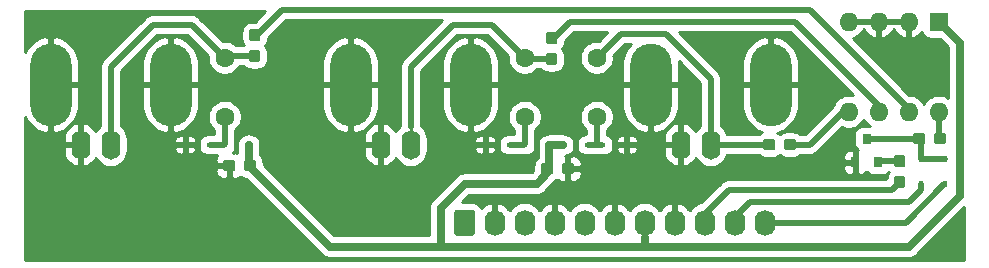
<source format=gbr>
G04 #@! TF.GenerationSoftware,KiCad,Pcbnew,5.1.5+dfsg1-2build2*
G04 #@! TF.CreationDate,2021-08-15T19:23:22-05:00*
G04 #@! TF.ProjectId,interlogix-rgb-mod,696e7465-726c-46f6-9769-782d7267622d,rev?*
G04 #@! TF.SameCoordinates,Original*
G04 #@! TF.FileFunction,Copper,L2,Bot*
G04 #@! TF.FilePolarity,Positive*
%FSLAX46Y46*%
G04 Gerber Fmt 4.6, Leading zero omitted, Abs format (unit mm)*
G04 Created by KiCad (PCBNEW 5.1.5+dfsg1-2build2) date 2021-08-15 19:23:22*
%MOMM*%
%LPD*%
G04 APERTURE LIST*
%ADD10C,0.100000*%
%ADD11R,0.600000X0.450000*%
%ADD12O,1.600000X1.600000*%
%ADD13R,1.600000X1.600000*%
%ADD14O,1.740000X2.200000*%
%ADD15R,0.800000X0.900000*%
%ADD16O,1.600000X2.500000*%
%ADD17O,3.500000X7.000000*%
%ADD18R,0.450000X0.600000*%
%ADD19C,1.600000*%
%ADD20C,0.508000*%
%ADD21C,0.250000*%
%ADD22C,0.635000*%
%ADD23C,0.203200*%
%ADD24C,0.254000*%
G04 APERTURE END LIST*
G04 #@! TA.AperFunction,SMDPad,CuDef*
D10*
G36*
X92879779Y-77250144D02*
G01*
X92902834Y-77253563D01*
X92925443Y-77259227D01*
X92947387Y-77267079D01*
X92968457Y-77277044D01*
X92988448Y-77289026D01*
X93007168Y-77302910D01*
X93024438Y-77318562D01*
X93040090Y-77335832D01*
X93053974Y-77354552D01*
X93065956Y-77374543D01*
X93075921Y-77395613D01*
X93083773Y-77417557D01*
X93089437Y-77440166D01*
X93092856Y-77463221D01*
X93094000Y-77486500D01*
X93094000Y-77961500D01*
X93092856Y-77984779D01*
X93089437Y-78007834D01*
X93083773Y-78030443D01*
X93075921Y-78052387D01*
X93065956Y-78073457D01*
X93053974Y-78093448D01*
X93040090Y-78112168D01*
X93024438Y-78129438D01*
X93007168Y-78145090D01*
X92988448Y-78158974D01*
X92968457Y-78170956D01*
X92947387Y-78180921D01*
X92925443Y-78188773D01*
X92902834Y-78194437D01*
X92879779Y-78197856D01*
X92856500Y-78199000D01*
X92281500Y-78199000D01*
X92258221Y-78197856D01*
X92235166Y-78194437D01*
X92212557Y-78188773D01*
X92190613Y-78180921D01*
X92169543Y-78170956D01*
X92149552Y-78158974D01*
X92130832Y-78145090D01*
X92113562Y-78129438D01*
X92097910Y-78112168D01*
X92084026Y-78093448D01*
X92072044Y-78073457D01*
X92062079Y-78052387D01*
X92054227Y-78030443D01*
X92048563Y-78007834D01*
X92045144Y-77984779D01*
X92044000Y-77961500D01*
X92044000Y-77486500D01*
X92045144Y-77463221D01*
X92048563Y-77440166D01*
X92054227Y-77417557D01*
X92062079Y-77395613D01*
X92072044Y-77374543D01*
X92084026Y-77354552D01*
X92097910Y-77335832D01*
X92113562Y-77318562D01*
X92130832Y-77302910D01*
X92149552Y-77289026D01*
X92169543Y-77277044D01*
X92190613Y-77267079D01*
X92212557Y-77259227D01*
X92235166Y-77253563D01*
X92258221Y-77250144D01*
X92281500Y-77249000D01*
X92856500Y-77249000D01*
X92879779Y-77250144D01*
G37*
G04 #@! TD.AperFunction*
G04 #@! TA.AperFunction,SMDPad,CuDef*
G36*
X91129779Y-77250144D02*
G01*
X91152834Y-77253563D01*
X91175443Y-77259227D01*
X91197387Y-77267079D01*
X91218457Y-77277044D01*
X91238448Y-77289026D01*
X91257168Y-77302910D01*
X91274438Y-77318562D01*
X91290090Y-77335832D01*
X91303974Y-77354552D01*
X91315956Y-77374543D01*
X91325921Y-77395613D01*
X91333773Y-77417557D01*
X91339437Y-77440166D01*
X91342856Y-77463221D01*
X91344000Y-77486500D01*
X91344000Y-77961500D01*
X91342856Y-77984779D01*
X91339437Y-78007834D01*
X91333773Y-78030443D01*
X91325921Y-78052387D01*
X91315956Y-78073457D01*
X91303974Y-78093448D01*
X91290090Y-78112168D01*
X91274438Y-78129438D01*
X91257168Y-78145090D01*
X91238448Y-78158974D01*
X91218457Y-78170956D01*
X91197387Y-78180921D01*
X91175443Y-78188773D01*
X91152834Y-78194437D01*
X91129779Y-78197856D01*
X91106500Y-78199000D01*
X90531500Y-78199000D01*
X90508221Y-78197856D01*
X90485166Y-78194437D01*
X90462557Y-78188773D01*
X90440613Y-78180921D01*
X90419543Y-78170956D01*
X90399552Y-78158974D01*
X90380832Y-78145090D01*
X90363562Y-78129438D01*
X90347910Y-78112168D01*
X90334026Y-78093448D01*
X90322044Y-78073457D01*
X90312079Y-78052387D01*
X90304227Y-78030443D01*
X90298563Y-78007834D01*
X90295144Y-77984779D01*
X90294000Y-77961500D01*
X90294000Y-77486500D01*
X90295144Y-77463221D01*
X90298563Y-77440166D01*
X90304227Y-77417557D01*
X90312079Y-77395613D01*
X90322044Y-77374543D01*
X90334026Y-77354552D01*
X90347910Y-77335832D01*
X90363562Y-77318562D01*
X90380832Y-77302910D01*
X90399552Y-77289026D01*
X90419543Y-77277044D01*
X90440613Y-77267079D01*
X90462557Y-77259227D01*
X90485166Y-77253563D01*
X90508221Y-77250144D01*
X90531500Y-77249000D01*
X91106500Y-77249000D01*
X91129779Y-77250144D01*
G37*
G04 #@! TD.AperFunction*
G04 #@! TA.AperFunction,SMDPad,CuDef*
G36*
X64205779Y-76996144D02*
G01*
X64228834Y-76999563D01*
X64251443Y-77005227D01*
X64273387Y-77013079D01*
X64294457Y-77023044D01*
X64314448Y-77035026D01*
X64333168Y-77048910D01*
X64350438Y-77064562D01*
X64366090Y-77081832D01*
X64379974Y-77100552D01*
X64391956Y-77120543D01*
X64401921Y-77141613D01*
X64409773Y-77163557D01*
X64415437Y-77186166D01*
X64418856Y-77209221D01*
X64420000Y-77232500D01*
X64420000Y-77707500D01*
X64418856Y-77730779D01*
X64415437Y-77753834D01*
X64409773Y-77776443D01*
X64401921Y-77798387D01*
X64391956Y-77819457D01*
X64379974Y-77839448D01*
X64366090Y-77858168D01*
X64350438Y-77875438D01*
X64333168Y-77891090D01*
X64314448Y-77904974D01*
X64294457Y-77916956D01*
X64273387Y-77926921D01*
X64251443Y-77934773D01*
X64228834Y-77940437D01*
X64205779Y-77943856D01*
X64182500Y-77945000D01*
X63607500Y-77945000D01*
X63584221Y-77943856D01*
X63561166Y-77940437D01*
X63538557Y-77934773D01*
X63516613Y-77926921D01*
X63495543Y-77916956D01*
X63475552Y-77904974D01*
X63456832Y-77891090D01*
X63439562Y-77875438D01*
X63423910Y-77858168D01*
X63410026Y-77839448D01*
X63398044Y-77819457D01*
X63388079Y-77798387D01*
X63380227Y-77776443D01*
X63374563Y-77753834D01*
X63371144Y-77730779D01*
X63370000Y-77707500D01*
X63370000Y-77232500D01*
X63371144Y-77209221D01*
X63374563Y-77186166D01*
X63380227Y-77163557D01*
X63388079Y-77141613D01*
X63398044Y-77120543D01*
X63410026Y-77100552D01*
X63423910Y-77081832D01*
X63439562Y-77064562D01*
X63456832Y-77048910D01*
X63475552Y-77035026D01*
X63495543Y-77023044D01*
X63516613Y-77013079D01*
X63538557Y-77005227D01*
X63561166Y-76999563D01*
X63584221Y-76996144D01*
X63607500Y-76995000D01*
X64182500Y-76995000D01*
X64205779Y-76996144D01*
G37*
G04 #@! TD.AperFunction*
G04 #@! TA.AperFunction,SMDPad,CuDef*
G36*
X65955779Y-76996144D02*
G01*
X65978834Y-76999563D01*
X66001443Y-77005227D01*
X66023387Y-77013079D01*
X66044457Y-77023044D01*
X66064448Y-77035026D01*
X66083168Y-77048910D01*
X66100438Y-77064562D01*
X66116090Y-77081832D01*
X66129974Y-77100552D01*
X66141956Y-77120543D01*
X66151921Y-77141613D01*
X66159773Y-77163557D01*
X66165437Y-77186166D01*
X66168856Y-77209221D01*
X66170000Y-77232500D01*
X66170000Y-77707500D01*
X66168856Y-77730779D01*
X66165437Y-77753834D01*
X66159773Y-77776443D01*
X66151921Y-77798387D01*
X66141956Y-77819457D01*
X66129974Y-77839448D01*
X66116090Y-77858168D01*
X66100438Y-77875438D01*
X66083168Y-77891090D01*
X66064448Y-77904974D01*
X66044457Y-77916956D01*
X66023387Y-77926921D01*
X66001443Y-77934773D01*
X65978834Y-77940437D01*
X65955779Y-77943856D01*
X65932500Y-77945000D01*
X65357500Y-77945000D01*
X65334221Y-77943856D01*
X65311166Y-77940437D01*
X65288557Y-77934773D01*
X65266613Y-77926921D01*
X65245543Y-77916956D01*
X65225552Y-77904974D01*
X65206832Y-77891090D01*
X65189562Y-77875438D01*
X65173910Y-77858168D01*
X65160026Y-77839448D01*
X65148044Y-77819457D01*
X65138079Y-77798387D01*
X65130227Y-77776443D01*
X65124563Y-77753834D01*
X65121144Y-77730779D01*
X65120000Y-77707500D01*
X65120000Y-77232500D01*
X65121144Y-77209221D01*
X65124563Y-77186166D01*
X65130227Y-77163557D01*
X65138079Y-77141613D01*
X65148044Y-77120543D01*
X65160026Y-77100552D01*
X65173910Y-77081832D01*
X65189562Y-77064562D01*
X65206832Y-77048910D01*
X65225552Y-77035026D01*
X65245543Y-77023044D01*
X65266613Y-77013079D01*
X65288557Y-77005227D01*
X65311166Y-76999563D01*
X65334221Y-76996144D01*
X65357500Y-76995000D01*
X65932500Y-76995000D01*
X65955779Y-76996144D01*
G37*
G04 #@! TD.AperFunction*
G04 #@! TA.AperFunction,SMDPad,CuDef*
G36*
X66300779Y-65911144D02*
G01*
X66323834Y-65914563D01*
X66346443Y-65920227D01*
X66368387Y-65928079D01*
X66389457Y-65938044D01*
X66409448Y-65950026D01*
X66428168Y-65963910D01*
X66445438Y-65979562D01*
X66461090Y-65996832D01*
X66474974Y-66015552D01*
X66486956Y-66035543D01*
X66496921Y-66056613D01*
X66504773Y-66078557D01*
X66510437Y-66101166D01*
X66513856Y-66124221D01*
X66515000Y-66147500D01*
X66515000Y-66722500D01*
X66513856Y-66745779D01*
X66510437Y-66768834D01*
X66504773Y-66791443D01*
X66496921Y-66813387D01*
X66486956Y-66834457D01*
X66474974Y-66854448D01*
X66461090Y-66873168D01*
X66445438Y-66890438D01*
X66428168Y-66906090D01*
X66409448Y-66919974D01*
X66389457Y-66931956D01*
X66368387Y-66941921D01*
X66346443Y-66949773D01*
X66323834Y-66955437D01*
X66300779Y-66958856D01*
X66277500Y-66960000D01*
X65802500Y-66960000D01*
X65779221Y-66958856D01*
X65756166Y-66955437D01*
X65733557Y-66949773D01*
X65711613Y-66941921D01*
X65690543Y-66931956D01*
X65670552Y-66919974D01*
X65651832Y-66906090D01*
X65634562Y-66890438D01*
X65618910Y-66873168D01*
X65605026Y-66854448D01*
X65593044Y-66834457D01*
X65583079Y-66813387D01*
X65575227Y-66791443D01*
X65569563Y-66768834D01*
X65566144Y-66745779D01*
X65565000Y-66722500D01*
X65565000Y-66147500D01*
X65566144Y-66124221D01*
X65569563Y-66101166D01*
X65575227Y-66078557D01*
X65583079Y-66056613D01*
X65593044Y-66035543D01*
X65605026Y-66015552D01*
X65618910Y-65996832D01*
X65634562Y-65979562D01*
X65651832Y-65963910D01*
X65670552Y-65950026D01*
X65690543Y-65938044D01*
X65711613Y-65928079D01*
X65733557Y-65920227D01*
X65756166Y-65914563D01*
X65779221Y-65911144D01*
X65802500Y-65910000D01*
X66277500Y-65910000D01*
X66300779Y-65911144D01*
G37*
G04 #@! TD.AperFunction*
G04 #@! TA.AperFunction,SMDPad,CuDef*
G36*
X66300779Y-67661144D02*
G01*
X66323834Y-67664563D01*
X66346443Y-67670227D01*
X66368387Y-67678079D01*
X66389457Y-67688044D01*
X66409448Y-67700026D01*
X66428168Y-67713910D01*
X66445438Y-67729562D01*
X66461090Y-67746832D01*
X66474974Y-67765552D01*
X66486956Y-67785543D01*
X66496921Y-67806613D01*
X66504773Y-67828557D01*
X66510437Y-67851166D01*
X66513856Y-67874221D01*
X66515000Y-67897500D01*
X66515000Y-68472500D01*
X66513856Y-68495779D01*
X66510437Y-68518834D01*
X66504773Y-68541443D01*
X66496921Y-68563387D01*
X66486956Y-68584457D01*
X66474974Y-68604448D01*
X66461090Y-68623168D01*
X66445438Y-68640438D01*
X66428168Y-68656090D01*
X66409448Y-68669974D01*
X66389457Y-68681956D01*
X66368387Y-68691921D01*
X66346443Y-68699773D01*
X66323834Y-68705437D01*
X66300779Y-68708856D01*
X66277500Y-68710000D01*
X65802500Y-68710000D01*
X65779221Y-68708856D01*
X65756166Y-68705437D01*
X65733557Y-68699773D01*
X65711613Y-68691921D01*
X65690543Y-68681956D01*
X65670552Y-68669974D01*
X65651832Y-68656090D01*
X65634562Y-68640438D01*
X65618910Y-68623168D01*
X65605026Y-68604448D01*
X65593044Y-68584457D01*
X65583079Y-68563387D01*
X65575227Y-68541443D01*
X65569563Y-68518834D01*
X65566144Y-68495779D01*
X65565000Y-68472500D01*
X65565000Y-67897500D01*
X65566144Y-67874221D01*
X65569563Y-67851166D01*
X65575227Y-67828557D01*
X65583079Y-67806613D01*
X65593044Y-67785543D01*
X65605026Y-67765552D01*
X65618910Y-67746832D01*
X65634562Y-67729562D01*
X65651832Y-67713910D01*
X65670552Y-67700026D01*
X65690543Y-67688044D01*
X65711613Y-67678079D01*
X65733557Y-67670227D01*
X65756166Y-67664563D01*
X65779221Y-67661144D01*
X65802500Y-67660000D01*
X66277500Y-67660000D01*
X66300779Y-67661144D01*
G37*
G04 #@! TD.AperFunction*
D11*
X97570000Y-75692000D03*
X95470000Y-75692000D03*
D12*
X123952000Y-72898000D03*
X116332000Y-65278000D03*
X121412000Y-72898000D03*
X118872000Y-65278000D03*
X118872000Y-72898000D03*
X121412000Y-65278000D03*
X116332000Y-72898000D03*
D13*
X123952000Y-65278000D03*
D14*
X109220000Y-82296000D03*
X106680000Y-82296000D03*
X104140000Y-82296000D03*
X101600000Y-82296000D03*
X99060000Y-82296000D03*
X96520000Y-82296000D03*
X93980000Y-82296000D03*
X91440000Y-82296000D03*
X88900000Y-82296000D03*
X86360000Y-82296000D03*
G04 #@! TA.AperFunction,ComponentPad*
D10*
G36*
X84464505Y-81197204D02*
G01*
X84488773Y-81200804D01*
X84512572Y-81206765D01*
X84535671Y-81215030D01*
X84557850Y-81225520D01*
X84578893Y-81238132D01*
X84598599Y-81252747D01*
X84616777Y-81269223D01*
X84633253Y-81287401D01*
X84647868Y-81307107D01*
X84660480Y-81328150D01*
X84670970Y-81350329D01*
X84679235Y-81373428D01*
X84685196Y-81397227D01*
X84688796Y-81421495D01*
X84690000Y-81445999D01*
X84690000Y-83146001D01*
X84688796Y-83170505D01*
X84685196Y-83194773D01*
X84679235Y-83218572D01*
X84670970Y-83241671D01*
X84660480Y-83263850D01*
X84647868Y-83284893D01*
X84633253Y-83304599D01*
X84616777Y-83322777D01*
X84598599Y-83339253D01*
X84578893Y-83353868D01*
X84557850Y-83366480D01*
X84535671Y-83376970D01*
X84512572Y-83385235D01*
X84488773Y-83391196D01*
X84464505Y-83394796D01*
X84440001Y-83396000D01*
X83199999Y-83396000D01*
X83175495Y-83394796D01*
X83151227Y-83391196D01*
X83127428Y-83385235D01*
X83104329Y-83376970D01*
X83082150Y-83366480D01*
X83061107Y-83353868D01*
X83041401Y-83339253D01*
X83023223Y-83322777D01*
X83006747Y-83304599D01*
X82992132Y-83284893D01*
X82979520Y-83263850D01*
X82969030Y-83241671D01*
X82960765Y-83218572D01*
X82954804Y-83194773D01*
X82951204Y-83170505D01*
X82950000Y-83146001D01*
X82950000Y-81445999D01*
X82951204Y-81421495D01*
X82954804Y-81397227D01*
X82960765Y-81373428D01*
X82969030Y-81350329D01*
X82979520Y-81328150D01*
X82992132Y-81307107D01*
X83006747Y-81287401D01*
X83023223Y-81269223D01*
X83041401Y-81252747D01*
X83061107Y-81238132D01*
X83082150Y-81225520D01*
X83104329Y-81215030D01*
X83127428Y-81206765D01*
X83151227Y-81200804D01*
X83175495Y-81197204D01*
X83199999Y-81196000D01*
X84440001Y-81196000D01*
X84464505Y-81197204D01*
G37*
G04 #@! TD.AperFunction*
G04 #@! TA.AperFunction,SMDPad,CuDef*
G36*
X91446779Y-66165144D02*
G01*
X91469834Y-66168563D01*
X91492443Y-66174227D01*
X91514387Y-66182079D01*
X91535457Y-66192044D01*
X91555448Y-66204026D01*
X91574168Y-66217910D01*
X91591438Y-66233562D01*
X91607090Y-66250832D01*
X91620974Y-66269552D01*
X91632956Y-66289543D01*
X91642921Y-66310613D01*
X91650773Y-66332557D01*
X91656437Y-66355166D01*
X91659856Y-66378221D01*
X91661000Y-66401500D01*
X91661000Y-66976500D01*
X91659856Y-66999779D01*
X91656437Y-67022834D01*
X91650773Y-67045443D01*
X91642921Y-67067387D01*
X91632956Y-67088457D01*
X91620974Y-67108448D01*
X91607090Y-67127168D01*
X91591438Y-67144438D01*
X91574168Y-67160090D01*
X91555448Y-67173974D01*
X91535457Y-67185956D01*
X91514387Y-67195921D01*
X91492443Y-67203773D01*
X91469834Y-67209437D01*
X91446779Y-67212856D01*
X91423500Y-67214000D01*
X90948500Y-67214000D01*
X90925221Y-67212856D01*
X90902166Y-67209437D01*
X90879557Y-67203773D01*
X90857613Y-67195921D01*
X90836543Y-67185956D01*
X90816552Y-67173974D01*
X90797832Y-67160090D01*
X90780562Y-67144438D01*
X90764910Y-67127168D01*
X90751026Y-67108448D01*
X90739044Y-67088457D01*
X90729079Y-67067387D01*
X90721227Y-67045443D01*
X90715563Y-67022834D01*
X90712144Y-66999779D01*
X90711000Y-66976500D01*
X90711000Y-66401500D01*
X90712144Y-66378221D01*
X90715563Y-66355166D01*
X90721227Y-66332557D01*
X90729079Y-66310613D01*
X90739044Y-66289543D01*
X90751026Y-66269552D01*
X90764910Y-66250832D01*
X90780562Y-66233562D01*
X90797832Y-66217910D01*
X90816552Y-66204026D01*
X90836543Y-66192044D01*
X90857613Y-66182079D01*
X90879557Y-66174227D01*
X90902166Y-66168563D01*
X90925221Y-66165144D01*
X90948500Y-66164000D01*
X91423500Y-66164000D01*
X91446779Y-66165144D01*
G37*
G04 #@! TD.AperFunction*
G04 #@! TA.AperFunction,SMDPad,CuDef*
G36*
X91446779Y-67915144D02*
G01*
X91469834Y-67918563D01*
X91492443Y-67924227D01*
X91514387Y-67932079D01*
X91535457Y-67942044D01*
X91555448Y-67954026D01*
X91574168Y-67967910D01*
X91591438Y-67983562D01*
X91607090Y-68000832D01*
X91620974Y-68019552D01*
X91632956Y-68039543D01*
X91642921Y-68060613D01*
X91650773Y-68082557D01*
X91656437Y-68105166D01*
X91659856Y-68128221D01*
X91661000Y-68151500D01*
X91661000Y-68726500D01*
X91659856Y-68749779D01*
X91656437Y-68772834D01*
X91650773Y-68795443D01*
X91642921Y-68817387D01*
X91632956Y-68838457D01*
X91620974Y-68858448D01*
X91607090Y-68877168D01*
X91591438Y-68894438D01*
X91574168Y-68910090D01*
X91555448Y-68923974D01*
X91535457Y-68935956D01*
X91514387Y-68945921D01*
X91492443Y-68953773D01*
X91469834Y-68959437D01*
X91446779Y-68962856D01*
X91423500Y-68964000D01*
X90948500Y-68964000D01*
X90925221Y-68962856D01*
X90902166Y-68959437D01*
X90879557Y-68953773D01*
X90857613Y-68945921D01*
X90836543Y-68935956D01*
X90816552Y-68923974D01*
X90797832Y-68910090D01*
X90780562Y-68894438D01*
X90764910Y-68877168D01*
X90751026Y-68858448D01*
X90739044Y-68838457D01*
X90729079Y-68817387D01*
X90721227Y-68795443D01*
X90715563Y-68772834D01*
X90712144Y-68749779D01*
X90711000Y-68726500D01*
X90711000Y-68151500D01*
X90712144Y-68128221D01*
X90715563Y-68105166D01*
X90721227Y-68082557D01*
X90729079Y-68060613D01*
X90739044Y-68039543D01*
X90751026Y-68019552D01*
X90764910Y-68000832D01*
X90780562Y-67983562D01*
X90797832Y-67967910D01*
X90816552Y-67954026D01*
X90836543Y-67942044D01*
X90857613Y-67932079D01*
X90879557Y-67924227D01*
X90902166Y-67918563D01*
X90925221Y-67915144D01*
X90948500Y-67914000D01*
X91423500Y-67914000D01*
X91446779Y-67915144D01*
G37*
G04 #@! TD.AperFunction*
G04 #@! TA.AperFunction,SMDPad,CuDef*
G36*
X111675779Y-75218144D02*
G01*
X111698834Y-75221563D01*
X111721443Y-75227227D01*
X111743387Y-75235079D01*
X111764457Y-75245044D01*
X111784448Y-75257026D01*
X111803168Y-75270910D01*
X111820438Y-75286562D01*
X111836090Y-75303832D01*
X111849974Y-75322552D01*
X111861956Y-75342543D01*
X111871921Y-75363613D01*
X111879773Y-75385557D01*
X111885437Y-75408166D01*
X111888856Y-75431221D01*
X111890000Y-75454500D01*
X111890000Y-75929500D01*
X111888856Y-75952779D01*
X111885437Y-75975834D01*
X111879773Y-75998443D01*
X111871921Y-76020387D01*
X111861956Y-76041457D01*
X111849974Y-76061448D01*
X111836090Y-76080168D01*
X111820438Y-76097438D01*
X111803168Y-76113090D01*
X111784448Y-76126974D01*
X111764457Y-76138956D01*
X111743387Y-76148921D01*
X111721443Y-76156773D01*
X111698834Y-76162437D01*
X111675779Y-76165856D01*
X111652500Y-76167000D01*
X111077500Y-76167000D01*
X111054221Y-76165856D01*
X111031166Y-76162437D01*
X111008557Y-76156773D01*
X110986613Y-76148921D01*
X110965543Y-76138956D01*
X110945552Y-76126974D01*
X110926832Y-76113090D01*
X110909562Y-76097438D01*
X110893910Y-76080168D01*
X110880026Y-76061448D01*
X110868044Y-76041457D01*
X110858079Y-76020387D01*
X110850227Y-75998443D01*
X110844563Y-75975834D01*
X110841144Y-75952779D01*
X110840000Y-75929500D01*
X110840000Y-75454500D01*
X110841144Y-75431221D01*
X110844563Y-75408166D01*
X110850227Y-75385557D01*
X110858079Y-75363613D01*
X110868044Y-75342543D01*
X110880026Y-75322552D01*
X110893910Y-75303832D01*
X110909562Y-75286562D01*
X110926832Y-75270910D01*
X110945552Y-75257026D01*
X110965543Y-75245044D01*
X110986613Y-75235079D01*
X111008557Y-75227227D01*
X111031166Y-75221563D01*
X111054221Y-75218144D01*
X111077500Y-75217000D01*
X111652500Y-75217000D01*
X111675779Y-75218144D01*
G37*
G04 #@! TD.AperFunction*
G04 #@! TA.AperFunction,SMDPad,CuDef*
G36*
X109925779Y-75218144D02*
G01*
X109948834Y-75221563D01*
X109971443Y-75227227D01*
X109993387Y-75235079D01*
X110014457Y-75245044D01*
X110034448Y-75257026D01*
X110053168Y-75270910D01*
X110070438Y-75286562D01*
X110086090Y-75303832D01*
X110099974Y-75322552D01*
X110111956Y-75342543D01*
X110121921Y-75363613D01*
X110129773Y-75385557D01*
X110135437Y-75408166D01*
X110138856Y-75431221D01*
X110140000Y-75454500D01*
X110140000Y-75929500D01*
X110138856Y-75952779D01*
X110135437Y-75975834D01*
X110129773Y-75998443D01*
X110121921Y-76020387D01*
X110111956Y-76041457D01*
X110099974Y-76061448D01*
X110086090Y-76080168D01*
X110070438Y-76097438D01*
X110053168Y-76113090D01*
X110034448Y-76126974D01*
X110014457Y-76138956D01*
X109993387Y-76148921D01*
X109971443Y-76156773D01*
X109948834Y-76162437D01*
X109925779Y-76165856D01*
X109902500Y-76167000D01*
X109327500Y-76167000D01*
X109304221Y-76165856D01*
X109281166Y-76162437D01*
X109258557Y-76156773D01*
X109236613Y-76148921D01*
X109215543Y-76138956D01*
X109195552Y-76126974D01*
X109176832Y-76113090D01*
X109159562Y-76097438D01*
X109143910Y-76080168D01*
X109130026Y-76061448D01*
X109118044Y-76041457D01*
X109108079Y-76020387D01*
X109100227Y-75998443D01*
X109094563Y-75975834D01*
X109091144Y-75952779D01*
X109090000Y-75929500D01*
X109090000Y-75454500D01*
X109091144Y-75431221D01*
X109094563Y-75408166D01*
X109100227Y-75385557D01*
X109108079Y-75363613D01*
X109118044Y-75342543D01*
X109130026Y-75322552D01*
X109143910Y-75303832D01*
X109159562Y-75286562D01*
X109176832Y-75270910D01*
X109195552Y-75257026D01*
X109215543Y-75245044D01*
X109236613Y-75235079D01*
X109258557Y-75227227D01*
X109281166Y-75221563D01*
X109304221Y-75218144D01*
X109327500Y-75217000D01*
X109902500Y-75217000D01*
X109925779Y-75218144D01*
G37*
G04 #@! TD.AperFunction*
G04 #@! TA.AperFunction,SMDPad,CuDef*
G36*
X122625779Y-74710144D02*
G01*
X122648834Y-74713563D01*
X122671443Y-74719227D01*
X122693387Y-74727079D01*
X122714457Y-74737044D01*
X122734448Y-74749026D01*
X122753168Y-74762910D01*
X122770438Y-74778562D01*
X122786090Y-74795832D01*
X122799974Y-74814552D01*
X122811956Y-74834543D01*
X122821921Y-74855613D01*
X122829773Y-74877557D01*
X122835437Y-74900166D01*
X122838856Y-74923221D01*
X122840000Y-74946500D01*
X122840000Y-75421500D01*
X122838856Y-75444779D01*
X122835437Y-75467834D01*
X122829773Y-75490443D01*
X122821921Y-75512387D01*
X122811956Y-75533457D01*
X122799974Y-75553448D01*
X122786090Y-75572168D01*
X122770438Y-75589438D01*
X122753168Y-75605090D01*
X122734448Y-75618974D01*
X122714457Y-75630956D01*
X122693387Y-75640921D01*
X122671443Y-75648773D01*
X122648834Y-75654437D01*
X122625779Y-75657856D01*
X122602500Y-75659000D01*
X122027500Y-75659000D01*
X122004221Y-75657856D01*
X121981166Y-75654437D01*
X121958557Y-75648773D01*
X121936613Y-75640921D01*
X121915543Y-75630956D01*
X121895552Y-75618974D01*
X121876832Y-75605090D01*
X121859562Y-75589438D01*
X121843910Y-75572168D01*
X121830026Y-75553448D01*
X121818044Y-75533457D01*
X121808079Y-75512387D01*
X121800227Y-75490443D01*
X121794563Y-75467834D01*
X121791144Y-75444779D01*
X121790000Y-75421500D01*
X121790000Y-74946500D01*
X121791144Y-74923221D01*
X121794563Y-74900166D01*
X121800227Y-74877557D01*
X121808079Y-74855613D01*
X121818044Y-74834543D01*
X121830026Y-74814552D01*
X121843910Y-74795832D01*
X121859562Y-74778562D01*
X121876832Y-74762910D01*
X121895552Y-74749026D01*
X121915543Y-74737044D01*
X121936613Y-74727079D01*
X121958557Y-74719227D01*
X121981166Y-74713563D01*
X122004221Y-74710144D01*
X122027500Y-74709000D01*
X122602500Y-74709000D01*
X122625779Y-74710144D01*
G37*
G04 #@! TD.AperFunction*
G04 #@! TA.AperFunction,SMDPad,CuDef*
G36*
X124375779Y-74710144D02*
G01*
X124398834Y-74713563D01*
X124421443Y-74719227D01*
X124443387Y-74727079D01*
X124464457Y-74737044D01*
X124484448Y-74749026D01*
X124503168Y-74762910D01*
X124520438Y-74778562D01*
X124536090Y-74795832D01*
X124549974Y-74814552D01*
X124561956Y-74834543D01*
X124571921Y-74855613D01*
X124579773Y-74877557D01*
X124585437Y-74900166D01*
X124588856Y-74923221D01*
X124590000Y-74946500D01*
X124590000Y-75421500D01*
X124588856Y-75444779D01*
X124585437Y-75467834D01*
X124579773Y-75490443D01*
X124571921Y-75512387D01*
X124561956Y-75533457D01*
X124549974Y-75553448D01*
X124536090Y-75572168D01*
X124520438Y-75589438D01*
X124503168Y-75605090D01*
X124484448Y-75618974D01*
X124464457Y-75630956D01*
X124443387Y-75640921D01*
X124421443Y-75648773D01*
X124398834Y-75654437D01*
X124375779Y-75657856D01*
X124352500Y-75659000D01*
X123777500Y-75659000D01*
X123754221Y-75657856D01*
X123731166Y-75654437D01*
X123708557Y-75648773D01*
X123686613Y-75640921D01*
X123665543Y-75630956D01*
X123645552Y-75618974D01*
X123626832Y-75605090D01*
X123609562Y-75589438D01*
X123593910Y-75572168D01*
X123580026Y-75553448D01*
X123568044Y-75533457D01*
X123558079Y-75512387D01*
X123550227Y-75490443D01*
X123544563Y-75467834D01*
X123541144Y-75444779D01*
X123540000Y-75421500D01*
X123540000Y-74946500D01*
X123541144Y-74923221D01*
X123544563Y-74900166D01*
X123550227Y-74877557D01*
X123558079Y-74855613D01*
X123568044Y-74834543D01*
X123580026Y-74814552D01*
X123593910Y-74795832D01*
X123609562Y-74778562D01*
X123626832Y-74762910D01*
X123645552Y-74749026D01*
X123665543Y-74737044D01*
X123686613Y-74727079D01*
X123708557Y-74719227D01*
X123731166Y-74713563D01*
X123754221Y-74710144D01*
X123777500Y-74709000D01*
X124352500Y-74709000D01*
X124375779Y-74710144D01*
G37*
G04 #@! TD.AperFunction*
G04 #@! TA.AperFunction,SMDPad,CuDef*
G36*
X120910779Y-78329144D02*
G01*
X120933834Y-78332563D01*
X120956443Y-78338227D01*
X120978387Y-78346079D01*
X120999457Y-78356044D01*
X121019448Y-78368026D01*
X121038168Y-78381910D01*
X121055438Y-78397562D01*
X121071090Y-78414832D01*
X121084974Y-78433552D01*
X121096956Y-78453543D01*
X121106921Y-78474613D01*
X121114773Y-78496557D01*
X121120437Y-78519166D01*
X121123856Y-78542221D01*
X121125000Y-78565500D01*
X121125000Y-79140500D01*
X121123856Y-79163779D01*
X121120437Y-79186834D01*
X121114773Y-79209443D01*
X121106921Y-79231387D01*
X121096956Y-79252457D01*
X121084974Y-79272448D01*
X121071090Y-79291168D01*
X121055438Y-79308438D01*
X121038168Y-79324090D01*
X121019448Y-79337974D01*
X120999457Y-79349956D01*
X120978387Y-79359921D01*
X120956443Y-79367773D01*
X120933834Y-79373437D01*
X120910779Y-79376856D01*
X120887500Y-79378000D01*
X120412500Y-79378000D01*
X120389221Y-79376856D01*
X120366166Y-79373437D01*
X120343557Y-79367773D01*
X120321613Y-79359921D01*
X120300543Y-79349956D01*
X120280552Y-79337974D01*
X120261832Y-79324090D01*
X120244562Y-79308438D01*
X120228910Y-79291168D01*
X120215026Y-79272448D01*
X120203044Y-79252457D01*
X120193079Y-79231387D01*
X120185227Y-79209443D01*
X120179563Y-79186834D01*
X120176144Y-79163779D01*
X120175000Y-79140500D01*
X120175000Y-78565500D01*
X120176144Y-78542221D01*
X120179563Y-78519166D01*
X120185227Y-78496557D01*
X120193079Y-78474613D01*
X120203044Y-78453543D01*
X120215026Y-78433552D01*
X120228910Y-78414832D01*
X120244562Y-78397562D01*
X120261832Y-78381910D01*
X120280552Y-78368026D01*
X120300543Y-78356044D01*
X120321613Y-78346079D01*
X120343557Y-78338227D01*
X120366166Y-78332563D01*
X120389221Y-78329144D01*
X120412500Y-78328000D01*
X120887500Y-78328000D01*
X120910779Y-78329144D01*
G37*
G04 #@! TD.AperFunction*
G04 #@! TA.AperFunction,SMDPad,CuDef*
G36*
X120910779Y-76579144D02*
G01*
X120933834Y-76582563D01*
X120956443Y-76588227D01*
X120978387Y-76596079D01*
X120999457Y-76606044D01*
X121019448Y-76618026D01*
X121038168Y-76631910D01*
X121055438Y-76647562D01*
X121071090Y-76664832D01*
X121084974Y-76683552D01*
X121096956Y-76703543D01*
X121106921Y-76724613D01*
X121114773Y-76746557D01*
X121120437Y-76769166D01*
X121123856Y-76792221D01*
X121125000Y-76815500D01*
X121125000Y-77390500D01*
X121123856Y-77413779D01*
X121120437Y-77436834D01*
X121114773Y-77459443D01*
X121106921Y-77481387D01*
X121096956Y-77502457D01*
X121084974Y-77522448D01*
X121071090Y-77541168D01*
X121055438Y-77558438D01*
X121038168Y-77574090D01*
X121019448Y-77587974D01*
X120999457Y-77599956D01*
X120978387Y-77609921D01*
X120956443Y-77617773D01*
X120933834Y-77623437D01*
X120910779Y-77626856D01*
X120887500Y-77628000D01*
X120412500Y-77628000D01*
X120389221Y-77626856D01*
X120366166Y-77623437D01*
X120343557Y-77617773D01*
X120321613Y-77609921D01*
X120300543Y-77599956D01*
X120280552Y-77587974D01*
X120261832Y-77574090D01*
X120244562Y-77558438D01*
X120228910Y-77541168D01*
X120215026Y-77522448D01*
X120203044Y-77502457D01*
X120193079Y-77481387D01*
X120185227Y-77459443D01*
X120179563Y-77436834D01*
X120176144Y-77413779D01*
X120175000Y-77390500D01*
X120175000Y-76815500D01*
X120176144Y-76792221D01*
X120179563Y-76769166D01*
X120185227Y-76746557D01*
X120193079Y-76724613D01*
X120203044Y-76703543D01*
X120215026Y-76683552D01*
X120228910Y-76664832D01*
X120244562Y-76647562D01*
X120261832Y-76631910D01*
X120280552Y-76618026D01*
X120300543Y-76606044D01*
X120321613Y-76596079D01*
X120343557Y-76588227D01*
X120366166Y-76582563D01*
X120389221Y-76579144D01*
X120412500Y-76578000D01*
X120887500Y-76578000D01*
X120910779Y-76579144D01*
G37*
G04 #@! TD.AperFunction*
D15*
X117856000Y-75200000D03*
X116906000Y-77200000D03*
X118806000Y-77200000D03*
D16*
X51308000Y-75692000D03*
X53848000Y-75692000D03*
D17*
X58928000Y-70612000D03*
X48768000Y-70612000D03*
D16*
X76708000Y-75692000D03*
X79248000Y-75692000D03*
D17*
X84328000Y-70612000D03*
X74168000Y-70612000D03*
D16*
X102108000Y-75692000D03*
X104648000Y-75692000D03*
D17*
X109728000Y-70612000D03*
X99568000Y-70612000D03*
D18*
X122428000Y-76928000D03*
X122428000Y-79028000D03*
X124460000Y-76928000D03*
X124460000Y-79028000D03*
D11*
X60164000Y-75692000D03*
X62264000Y-75692000D03*
X63466000Y-75692000D03*
X65566000Y-75692000D03*
X94268000Y-75692000D03*
X92168000Y-75692000D03*
X85564000Y-75692000D03*
X87664000Y-75692000D03*
X88866000Y-75692000D03*
X90966000Y-75692000D03*
D19*
X63500000Y-73326000D03*
X63500000Y-68326000D03*
X88900000Y-73326000D03*
X88900000Y-68326000D03*
X94996000Y-73326000D03*
X94996000Y-68326000D03*
D20*
X109615000Y-75692000D02*
X104648000Y-75692000D01*
X97028000Y-66294000D02*
X94996000Y-68326000D01*
X100838000Y-66294000D02*
X97028000Y-66294000D01*
X104648000Y-70104000D02*
X100838000Y-66294000D01*
X104648000Y-75692000D02*
X104648000Y-70104000D01*
D21*
X89013000Y-68439000D02*
X88900000Y-68326000D01*
D20*
X91186000Y-68439000D02*
X89013000Y-68439000D01*
D21*
X79248000Y-74192000D02*
X79248000Y-75692000D01*
D20*
X79248000Y-69088000D02*
X79248000Y-74192000D01*
X86106000Y-65532000D02*
X82804000Y-65532000D01*
X82804000Y-65532000D02*
X79248000Y-69088000D01*
X88900000Y-68326000D02*
X86106000Y-65532000D01*
D21*
X63641000Y-68185000D02*
X63500000Y-68326000D01*
D20*
X66040000Y-68185000D02*
X63641000Y-68185000D01*
X57404000Y-65532000D02*
X53848000Y-69088000D01*
X53848000Y-69088000D02*
X53848000Y-75692000D01*
X60706000Y-65532000D02*
X57404000Y-65532000D01*
X63500000Y-68326000D02*
X60706000Y-65532000D01*
D22*
X90966000Y-75692000D02*
X92168000Y-75692000D01*
X125730000Y-80010000D02*
X121412000Y-84328000D01*
X125730000Y-67056000D02*
X125730000Y-80010000D01*
X123952000Y-65278000D02*
X125730000Y-67056000D01*
X99060000Y-83599200D02*
X99060000Y-84328000D01*
D23*
X99060000Y-82296000D02*
X99060000Y-83599200D01*
D22*
X99060000Y-84328000D02*
X81788000Y-84328000D01*
X121412000Y-84328000D02*
X99060000Y-84328000D01*
X65532000Y-77470000D02*
X65532000Y-75692000D01*
X72390000Y-84328000D02*
X65532000Y-77470000D01*
X81788000Y-84328000D02*
X72390000Y-84328000D01*
X90966000Y-77944000D02*
X90966000Y-75692000D01*
X83820000Y-78994000D02*
X89916000Y-78994000D01*
X81788000Y-81026000D02*
X83820000Y-78994000D01*
X89916000Y-78994000D02*
X90966000Y-77944000D01*
X81788000Y-84328000D02*
X81788000Y-81026000D01*
D21*
X117872000Y-75184000D02*
X117856000Y-75200000D01*
D20*
X122315000Y-75184000D02*
X117872000Y-75184000D01*
D21*
X122428000Y-75297000D02*
X122315000Y-75184000D01*
D20*
X122428000Y-76928000D02*
X122428000Y-75297000D01*
X124460000Y-76928000D02*
X122428000Y-76928000D01*
X118901180Y-77103000D02*
X120650000Y-77103000D01*
D21*
X118803420Y-77200760D02*
X118901180Y-77103000D01*
D20*
X121158000Y-82296000D02*
X110293200Y-82296000D01*
X124426000Y-79028000D02*
X121158000Y-82296000D01*
X110293200Y-82296000D02*
X109220000Y-82296000D01*
D23*
X124460000Y-79028000D02*
X124426000Y-79028000D01*
D20*
X106680000Y-81788000D02*
X106680000Y-82296000D01*
X107950000Y-80518000D02*
X106680000Y-81788000D01*
X121441200Y-80518000D02*
X107950000Y-80518000D01*
X122428000Y-79531200D02*
X121441200Y-80518000D01*
X122428000Y-79028000D02*
X122428000Y-79531200D01*
X104140000Y-81534000D02*
X104140000Y-82296000D01*
X106172000Y-79502000D02*
X104140000Y-81534000D01*
X120001000Y-79502000D02*
X106172000Y-79502000D01*
X120650000Y-78853000D02*
X120001000Y-79502000D01*
D21*
X123952000Y-75071000D02*
X124065000Y-75184000D01*
D20*
X123952000Y-72898000D02*
X123952000Y-75071000D01*
X113030000Y-75692000D02*
X116332000Y-72390000D01*
X111365000Y-75692000D02*
X113030000Y-75692000D01*
X118872000Y-72390000D02*
X118872000Y-72898000D01*
X92710000Y-65278000D02*
X111760000Y-65278000D01*
X111760000Y-65278000D02*
X118872000Y-72390000D01*
X91186000Y-66802000D02*
X92710000Y-65278000D01*
X121412000Y-72644000D02*
X121412000Y-72898000D01*
X113030000Y-64262000D02*
X121412000Y-72644000D01*
X68326000Y-64262000D02*
X113030000Y-64262000D01*
X66040000Y-66548000D02*
X68326000Y-64262000D01*
X94268000Y-75692000D02*
X95470000Y-75692000D01*
D21*
X94996000Y-75692000D02*
X95470000Y-75692000D01*
D20*
X94996000Y-73326000D02*
X94996000Y-75692000D01*
D21*
X88900000Y-75658000D02*
X88866000Y-75692000D01*
D20*
X88900000Y-73326000D02*
X88900000Y-75658000D01*
X87664000Y-75692000D02*
X88866000Y-75692000D01*
D21*
X63500000Y-75658000D02*
X63466000Y-75692000D01*
D20*
X63500000Y-73326000D02*
X63500000Y-75658000D01*
X63466000Y-75692000D02*
X62264000Y-75692000D01*
D24*
G36*
X66058837Y-65271928D02*
G01*
X65802500Y-65271928D01*
X65631684Y-65288752D01*
X65467433Y-65338577D01*
X65316058Y-65419488D01*
X65183377Y-65528377D01*
X65074488Y-65661058D01*
X64993577Y-65812433D01*
X64943752Y-65976684D01*
X64926928Y-66147500D01*
X64926928Y-66722500D01*
X64943752Y-66893316D01*
X64993577Y-67057567D01*
X65074488Y-67208942D01*
X65145935Y-67296000D01*
X64499396Y-67296000D01*
X64414759Y-67211363D01*
X64179727Y-67054320D01*
X63918574Y-66946147D01*
X63641335Y-66891000D01*
X63358665Y-66891000D01*
X63328280Y-66897044D01*
X61365499Y-64934264D01*
X61337659Y-64900341D01*
X61202291Y-64789247D01*
X61047851Y-64706697D01*
X60880274Y-64655864D01*
X60749667Y-64643000D01*
X60749660Y-64643000D01*
X60706000Y-64638700D01*
X60662340Y-64643000D01*
X57447659Y-64643000D01*
X57403999Y-64638700D01*
X57360339Y-64643000D01*
X57360333Y-64643000D01*
X57262924Y-64652594D01*
X57229724Y-64655864D01*
X57128058Y-64686704D01*
X57062149Y-64706697D01*
X56907709Y-64789247D01*
X56772341Y-64900341D01*
X56744501Y-64934264D01*
X53250264Y-68428501D01*
X53216341Y-68456341D01*
X53105247Y-68591710D01*
X53022697Y-68746150D01*
X52971864Y-68913727D01*
X52959000Y-69044334D01*
X52959000Y-69044340D01*
X52954700Y-69088000D01*
X52959000Y-69131660D01*
X52959001Y-74115205D01*
X52828392Y-74222393D01*
X52649068Y-74440900D01*
X52580735Y-74568742D01*
X52430601Y-74339161D01*
X52232895Y-74137500D01*
X51999646Y-73978285D01*
X51739818Y-73867633D01*
X51657039Y-73850096D01*
X51435000Y-73972085D01*
X51435000Y-75565000D01*
X51455000Y-75565000D01*
X51455000Y-75819000D01*
X51435000Y-75819000D01*
X51435000Y-77411915D01*
X51657039Y-77533904D01*
X51739818Y-77516367D01*
X51999646Y-77405715D01*
X52232895Y-77246500D01*
X52430601Y-77044839D01*
X52580735Y-76815259D01*
X52649068Y-76943101D01*
X52828393Y-77161608D01*
X53046900Y-77340932D01*
X53296193Y-77474182D01*
X53566692Y-77556236D01*
X53848000Y-77583943D01*
X54129309Y-77556236D01*
X54399808Y-77474182D01*
X54649101Y-77340932D01*
X54867608Y-77161608D01*
X55046932Y-76943101D01*
X55180182Y-76693808D01*
X55262236Y-76423309D01*
X55283000Y-76212491D01*
X55283000Y-75948750D01*
X59229000Y-75948750D01*
X59241594Y-76057524D01*
X59280968Y-76176249D01*
X59342748Y-76285012D01*
X59424559Y-76379631D01*
X59523258Y-76456473D01*
X59635051Y-76512582D01*
X59755643Y-76545804D01*
X59878250Y-76552000D01*
X60037000Y-76393250D01*
X60037000Y-75790000D01*
X60291000Y-75790000D01*
X60291000Y-76393250D01*
X60449750Y-76552000D01*
X60572357Y-76545804D01*
X60692949Y-76512582D01*
X60804742Y-76456473D01*
X60903441Y-76379631D01*
X60985252Y-76285012D01*
X61047032Y-76176249D01*
X61086406Y-76057524D01*
X61099000Y-75948750D01*
X60940250Y-75790000D01*
X60291000Y-75790000D01*
X60037000Y-75790000D01*
X59387750Y-75790000D01*
X59229000Y-75948750D01*
X55283000Y-75948750D01*
X55283000Y-75435250D01*
X59229000Y-75435250D01*
X59387750Y-75594000D01*
X60037000Y-75594000D01*
X60037000Y-74990750D01*
X60291000Y-74990750D01*
X60291000Y-75594000D01*
X60940250Y-75594000D01*
X61099000Y-75435250D01*
X61086406Y-75326476D01*
X61047032Y-75207751D01*
X60985252Y-75098988D01*
X60903441Y-75004369D01*
X60804742Y-74927527D01*
X60692949Y-74871418D01*
X60572357Y-74838196D01*
X60449750Y-74832000D01*
X60291000Y-74990750D01*
X60037000Y-74990750D01*
X59878250Y-74832000D01*
X59755643Y-74838196D01*
X59635051Y-74871418D01*
X59523258Y-74927527D01*
X59424559Y-75004369D01*
X59342748Y-75098988D01*
X59280968Y-75207751D01*
X59241594Y-75326476D01*
X59229000Y-75435250D01*
X55283000Y-75435250D01*
X55283000Y-75171508D01*
X55262236Y-74960691D01*
X55180182Y-74690192D01*
X55046932Y-74440899D01*
X54867607Y-74222392D01*
X54737000Y-74115206D01*
X54737000Y-70739000D01*
X56543000Y-70739000D01*
X56543000Y-72489000D01*
X56613604Y-72951850D01*
X56773148Y-73392032D01*
X57015502Y-73792631D01*
X57331352Y-74138252D01*
X57708561Y-74415612D01*
X58132632Y-74614053D01*
X58429997Y-74694427D01*
X58801000Y-74584625D01*
X58801000Y-70739000D01*
X59055000Y-70739000D01*
X59055000Y-74584625D01*
X59426003Y-74694427D01*
X59723368Y-74614053D01*
X60147439Y-74415612D01*
X60524648Y-74138252D01*
X60840498Y-73792631D01*
X61082852Y-73392032D01*
X61242396Y-72951850D01*
X61313000Y-72489000D01*
X61313000Y-70739000D01*
X71783000Y-70739000D01*
X71783000Y-72489000D01*
X71853604Y-72951850D01*
X72013148Y-73392032D01*
X72255502Y-73792631D01*
X72571352Y-74138252D01*
X72948561Y-74415612D01*
X73372632Y-74614053D01*
X73669997Y-74694427D01*
X74041000Y-74584625D01*
X74041000Y-70739000D01*
X74295000Y-70739000D01*
X74295000Y-74584625D01*
X74666003Y-74694427D01*
X74963368Y-74614053D01*
X75387439Y-74415612D01*
X75764648Y-74138252D01*
X76080498Y-73792631D01*
X76322852Y-73392032D01*
X76482396Y-72951850D01*
X76553000Y-72489000D01*
X76553000Y-70739000D01*
X74295000Y-70739000D01*
X74041000Y-70739000D01*
X71783000Y-70739000D01*
X61313000Y-70739000D01*
X59055000Y-70739000D01*
X58801000Y-70739000D01*
X56543000Y-70739000D01*
X54737000Y-70739000D01*
X54737000Y-69456235D01*
X55458235Y-68735000D01*
X56543000Y-68735000D01*
X56543000Y-70485000D01*
X58801000Y-70485000D01*
X58801000Y-66639375D01*
X59055000Y-66639375D01*
X59055000Y-70485000D01*
X61313000Y-70485000D01*
X61313000Y-68735000D01*
X61242396Y-68272150D01*
X61082852Y-67831968D01*
X60840498Y-67431369D01*
X60524648Y-67085748D01*
X60147439Y-66808388D01*
X59723368Y-66609947D01*
X59426003Y-66529573D01*
X59055000Y-66639375D01*
X58801000Y-66639375D01*
X58429997Y-66529573D01*
X58132632Y-66609947D01*
X57708561Y-66808388D01*
X57331352Y-67085748D01*
X57015502Y-67431369D01*
X56773148Y-67831968D01*
X56613604Y-68272150D01*
X56543000Y-68735000D01*
X55458235Y-68735000D01*
X57772235Y-66421000D01*
X60337765Y-66421000D01*
X62071044Y-68154280D01*
X62065000Y-68184665D01*
X62065000Y-68467335D01*
X62120147Y-68744574D01*
X62228320Y-69005727D01*
X62385363Y-69240759D01*
X62585241Y-69440637D01*
X62820273Y-69597680D01*
X63081426Y-69705853D01*
X63358665Y-69761000D01*
X63641335Y-69761000D01*
X63918574Y-69705853D01*
X64179727Y-69597680D01*
X64414759Y-69440637D01*
X64614637Y-69240759D01*
X64726062Y-69074000D01*
X65168914Y-69074000D01*
X65183377Y-69091623D01*
X65316058Y-69200512D01*
X65467433Y-69281423D01*
X65631684Y-69331248D01*
X65802500Y-69348072D01*
X66277500Y-69348072D01*
X66448316Y-69331248D01*
X66612567Y-69281423D01*
X66763942Y-69200512D01*
X66896623Y-69091623D01*
X67005512Y-68958942D01*
X67086423Y-68807567D01*
X67108435Y-68735000D01*
X71783000Y-68735000D01*
X71783000Y-70485000D01*
X74041000Y-70485000D01*
X74041000Y-66639375D01*
X74295000Y-66639375D01*
X74295000Y-70485000D01*
X76553000Y-70485000D01*
X76553000Y-68735000D01*
X76482396Y-68272150D01*
X76322852Y-67831968D01*
X76080498Y-67431369D01*
X75764648Y-67085748D01*
X75387439Y-66808388D01*
X74963368Y-66609947D01*
X74666003Y-66529573D01*
X74295000Y-66639375D01*
X74041000Y-66639375D01*
X73669997Y-66529573D01*
X73372632Y-66609947D01*
X72948561Y-66808388D01*
X72571352Y-67085748D01*
X72255502Y-67431369D01*
X72013148Y-67831968D01*
X71853604Y-68272150D01*
X71783000Y-68735000D01*
X67108435Y-68735000D01*
X67136248Y-68643316D01*
X67153072Y-68472500D01*
X67153072Y-67897500D01*
X67136248Y-67726684D01*
X67086423Y-67562433D01*
X67005512Y-67411058D01*
X66922575Y-67310000D01*
X67005512Y-67208942D01*
X67086423Y-67057567D01*
X67136248Y-66893316D01*
X67153072Y-66722500D01*
X67153072Y-66692163D01*
X68694236Y-65151000D01*
X81927765Y-65151000D01*
X78650264Y-68428501D01*
X78616341Y-68456341D01*
X78505247Y-68591710D01*
X78422697Y-68746150D01*
X78371864Y-68913727D01*
X78359000Y-69044334D01*
X78359000Y-69044340D01*
X78354700Y-69088000D01*
X78359000Y-69131660D01*
X78359001Y-74115204D01*
X78228392Y-74222393D01*
X78049068Y-74440900D01*
X77980735Y-74568742D01*
X77830601Y-74339161D01*
X77632895Y-74137500D01*
X77399646Y-73978285D01*
X77139818Y-73867633D01*
X77057039Y-73850096D01*
X76835000Y-73972085D01*
X76835000Y-75565000D01*
X76855000Y-75565000D01*
X76855000Y-75819000D01*
X76835000Y-75819000D01*
X76835000Y-77411915D01*
X77057039Y-77533904D01*
X77139818Y-77516367D01*
X77399646Y-77405715D01*
X77632895Y-77246500D01*
X77830601Y-77044839D01*
X77980735Y-76815259D01*
X78049068Y-76943101D01*
X78228393Y-77161608D01*
X78446900Y-77340932D01*
X78696193Y-77474182D01*
X78966692Y-77556236D01*
X79248000Y-77583943D01*
X79529309Y-77556236D01*
X79799808Y-77474182D01*
X80049101Y-77340932D01*
X80267608Y-77161608D01*
X80446932Y-76943101D01*
X80580182Y-76693808D01*
X80662236Y-76423309D01*
X80683000Y-76212491D01*
X80683000Y-75948750D01*
X84629000Y-75948750D01*
X84641594Y-76057524D01*
X84680968Y-76176249D01*
X84742748Y-76285012D01*
X84824559Y-76379631D01*
X84923258Y-76456473D01*
X85035051Y-76512582D01*
X85155643Y-76545804D01*
X85278250Y-76552000D01*
X85437000Y-76393250D01*
X85437000Y-75790000D01*
X85691000Y-75790000D01*
X85691000Y-76393250D01*
X85849750Y-76552000D01*
X85972357Y-76545804D01*
X86092949Y-76512582D01*
X86204742Y-76456473D01*
X86303441Y-76379631D01*
X86385252Y-76285012D01*
X86447032Y-76176249D01*
X86486406Y-76057524D01*
X86499000Y-75948750D01*
X86340250Y-75790000D01*
X85691000Y-75790000D01*
X85437000Y-75790000D01*
X84787750Y-75790000D01*
X84629000Y-75948750D01*
X80683000Y-75948750D01*
X80683000Y-75435250D01*
X84629000Y-75435250D01*
X84787750Y-75594000D01*
X85437000Y-75594000D01*
X85437000Y-74990750D01*
X85691000Y-74990750D01*
X85691000Y-75594000D01*
X86340250Y-75594000D01*
X86467250Y-75467000D01*
X86725928Y-75467000D01*
X86725928Y-75917000D01*
X86738188Y-76041482D01*
X86774498Y-76161180D01*
X86833463Y-76271494D01*
X86912815Y-76368185D01*
X87009506Y-76447537D01*
X87119820Y-76506502D01*
X87239518Y-76542812D01*
X87364000Y-76555072D01*
X87446659Y-76555072D01*
X87489726Y-76568136D01*
X87620333Y-76581000D01*
X88909667Y-76581000D01*
X89040274Y-76568136D01*
X89083341Y-76555072D01*
X89166000Y-76555072D01*
X89290482Y-76542812D01*
X89410180Y-76506502D01*
X89520494Y-76447537D01*
X89617185Y-76368185D01*
X89696537Y-76271494D01*
X89755502Y-76161180D01*
X89791812Y-76041482D01*
X89804072Y-75917000D01*
X89804072Y-75467000D01*
X89791812Y-75342518D01*
X89789000Y-75333248D01*
X89789000Y-74457849D01*
X89814759Y-74440637D01*
X90014637Y-74240759D01*
X90171680Y-74005727D01*
X90279853Y-73744574D01*
X90335000Y-73467335D01*
X90335000Y-73184665D01*
X90279853Y-72907426D01*
X90171680Y-72646273D01*
X90014637Y-72411241D01*
X89814759Y-72211363D01*
X89579727Y-72054320D01*
X89318574Y-71946147D01*
X89041335Y-71891000D01*
X88758665Y-71891000D01*
X88481426Y-71946147D01*
X88220273Y-72054320D01*
X87985241Y-72211363D01*
X87785363Y-72411241D01*
X87628320Y-72646273D01*
X87520147Y-72907426D01*
X87465000Y-73184665D01*
X87465000Y-73467335D01*
X87520147Y-73744574D01*
X87628320Y-74005727D01*
X87785363Y-74240759D01*
X87985241Y-74440637D01*
X88011000Y-74457849D01*
X88011001Y-74803000D01*
X87620333Y-74803000D01*
X87489726Y-74815864D01*
X87446659Y-74828928D01*
X87364000Y-74828928D01*
X87239518Y-74841188D01*
X87119820Y-74877498D01*
X87009506Y-74936463D01*
X86912815Y-75015815D01*
X86833463Y-75112506D01*
X86774498Y-75222820D01*
X86738188Y-75342518D01*
X86725928Y-75467000D01*
X86467250Y-75467000D01*
X86499000Y-75435250D01*
X86486406Y-75326476D01*
X86447032Y-75207751D01*
X86385252Y-75098988D01*
X86303441Y-75004369D01*
X86204742Y-74927527D01*
X86092949Y-74871418D01*
X85972357Y-74838196D01*
X85849750Y-74832000D01*
X85691000Y-74990750D01*
X85437000Y-74990750D01*
X85278250Y-74832000D01*
X85155643Y-74838196D01*
X85035051Y-74871418D01*
X84923258Y-74927527D01*
X84824559Y-75004369D01*
X84742748Y-75098988D01*
X84680968Y-75207751D01*
X84641594Y-75326476D01*
X84629000Y-75435250D01*
X80683000Y-75435250D01*
X80683000Y-75171508D01*
X80662236Y-74960691D01*
X80580182Y-74690192D01*
X80446932Y-74440899D01*
X80267607Y-74222392D01*
X80137000Y-74115206D01*
X80137000Y-70739000D01*
X81943000Y-70739000D01*
X81943000Y-72489000D01*
X82013604Y-72951850D01*
X82173148Y-73392032D01*
X82415502Y-73792631D01*
X82731352Y-74138252D01*
X83108561Y-74415612D01*
X83532632Y-74614053D01*
X83829997Y-74694427D01*
X84201000Y-74584625D01*
X84201000Y-70739000D01*
X84455000Y-70739000D01*
X84455000Y-74584625D01*
X84826003Y-74694427D01*
X85123368Y-74614053D01*
X85547439Y-74415612D01*
X85924648Y-74138252D01*
X86240498Y-73792631D01*
X86482852Y-73392032D01*
X86642396Y-72951850D01*
X86713000Y-72489000D01*
X86713000Y-70739000D01*
X97183000Y-70739000D01*
X97183000Y-72489000D01*
X97253604Y-72951850D01*
X97413148Y-73392032D01*
X97655502Y-73792631D01*
X97971352Y-74138252D01*
X98348561Y-74415612D01*
X98772632Y-74614053D01*
X99069997Y-74694427D01*
X99441000Y-74584625D01*
X99441000Y-70739000D01*
X99695000Y-70739000D01*
X99695000Y-74584625D01*
X100066003Y-74694427D01*
X100363368Y-74614053D01*
X100787439Y-74415612D01*
X101164648Y-74138252D01*
X101480498Y-73792631D01*
X101722852Y-73392032D01*
X101882396Y-72951850D01*
X101953000Y-72489000D01*
X101953000Y-70739000D01*
X99695000Y-70739000D01*
X99441000Y-70739000D01*
X97183000Y-70739000D01*
X86713000Y-70739000D01*
X84455000Y-70739000D01*
X84201000Y-70739000D01*
X81943000Y-70739000D01*
X80137000Y-70739000D01*
X80137000Y-69456235D01*
X80858235Y-68735000D01*
X81943000Y-68735000D01*
X81943000Y-70485000D01*
X84201000Y-70485000D01*
X84201000Y-66639375D01*
X84455000Y-66639375D01*
X84455000Y-70485000D01*
X86713000Y-70485000D01*
X86713000Y-68735000D01*
X86642396Y-68272150D01*
X86482852Y-67831968D01*
X86240498Y-67431369D01*
X85924648Y-67085748D01*
X85547439Y-66808388D01*
X85123368Y-66609947D01*
X84826003Y-66529573D01*
X84455000Y-66639375D01*
X84201000Y-66639375D01*
X83829997Y-66529573D01*
X83532632Y-66609947D01*
X83108561Y-66808388D01*
X82731352Y-67085748D01*
X82415502Y-67431369D01*
X82173148Y-67831968D01*
X82013604Y-68272150D01*
X81943000Y-68735000D01*
X80858235Y-68735000D01*
X83172235Y-66421000D01*
X85737765Y-66421000D01*
X87471044Y-68154280D01*
X87465000Y-68184665D01*
X87465000Y-68467335D01*
X87520147Y-68744574D01*
X87628320Y-69005727D01*
X87785363Y-69240759D01*
X87985241Y-69440637D01*
X88220273Y-69597680D01*
X88481426Y-69705853D01*
X88758665Y-69761000D01*
X89041335Y-69761000D01*
X89318574Y-69705853D01*
X89579727Y-69597680D01*
X89814759Y-69440637D01*
X89927396Y-69328000D01*
X90314914Y-69328000D01*
X90329377Y-69345623D01*
X90462058Y-69454512D01*
X90613433Y-69535423D01*
X90777684Y-69585248D01*
X90948500Y-69602072D01*
X91423500Y-69602072D01*
X91594316Y-69585248D01*
X91758567Y-69535423D01*
X91909942Y-69454512D01*
X92042623Y-69345623D01*
X92151512Y-69212942D01*
X92232423Y-69061567D01*
X92282248Y-68897316D01*
X92299072Y-68726500D01*
X92299072Y-68151500D01*
X92282248Y-67980684D01*
X92232423Y-67816433D01*
X92151512Y-67665058D01*
X92068575Y-67564000D01*
X92151512Y-67462942D01*
X92232423Y-67311567D01*
X92282248Y-67147316D01*
X92299072Y-66976500D01*
X92299072Y-66946163D01*
X93078236Y-66167000D01*
X95897764Y-66167000D01*
X95167720Y-66897044D01*
X95137335Y-66891000D01*
X94854665Y-66891000D01*
X94577426Y-66946147D01*
X94316273Y-67054320D01*
X94081241Y-67211363D01*
X93881363Y-67411241D01*
X93724320Y-67646273D01*
X93616147Y-67907426D01*
X93561000Y-68184665D01*
X93561000Y-68467335D01*
X93616147Y-68744574D01*
X93724320Y-69005727D01*
X93881363Y-69240759D01*
X94081241Y-69440637D01*
X94316273Y-69597680D01*
X94577426Y-69705853D01*
X94854665Y-69761000D01*
X95137335Y-69761000D01*
X95414574Y-69705853D01*
X95675727Y-69597680D01*
X95910759Y-69440637D01*
X96110637Y-69240759D01*
X96267680Y-69005727D01*
X96375853Y-68744574D01*
X96431000Y-68467335D01*
X96431000Y-68184665D01*
X96424956Y-68154280D01*
X97396236Y-67183000D01*
X97882477Y-67183000D01*
X97655502Y-67431369D01*
X97413148Y-67831968D01*
X97253604Y-68272150D01*
X97183000Y-68735000D01*
X97183000Y-70485000D01*
X99441000Y-70485000D01*
X99441000Y-70465000D01*
X99695000Y-70465000D01*
X99695000Y-70485000D01*
X101953000Y-70485000D01*
X101953000Y-68735000D01*
X101940622Y-68653858D01*
X103759001Y-70472237D01*
X103759000Y-74115205D01*
X103628392Y-74222393D01*
X103449068Y-74440900D01*
X103380735Y-74568742D01*
X103230601Y-74339161D01*
X103032895Y-74137500D01*
X102799646Y-73978285D01*
X102539818Y-73867633D01*
X102457039Y-73850096D01*
X102235000Y-73972085D01*
X102235000Y-75565000D01*
X102255000Y-75565000D01*
X102255000Y-75819000D01*
X102235000Y-75819000D01*
X102235000Y-77411915D01*
X102457039Y-77533904D01*
X102539818Y-77516367D01*
X102799646Y-77405715D01*
X103032895Y-77246500D01*
X103230601Y-77044839D01*
X103380735Y-76815259D01*
X103449068Y-76943101D01*
X103628393Y-77161608D01*
X103846900Y-77340932D01*
X104096193Y-77474182D01*
X104366692Y-77556236D01*
X104648000Y-77583943D01*
X104929309Y-77556236D01*
X105199808Y-77474182D01*
X105449101Y-77340932D01*
X105667608Y-77161608D01*
X105846932Y-76943101D01*
X105980182Y-76693808D01*
X106014402Y-76581000D01*
X108747828Y-76581000D01*
X108841058Y-76657512D01*
X108992433Y-76738423D01*
X109156684Y-76788248D01*
X109327500Y-76805072D01*
X109902500Y-76805072D01*
X110073316Y-76788248D01*
X110237567Y-76738423D01*
X110388942Y-76657512D01*
X110490000Y-76574575D01*
X110591058Y-76657512D01*
X110742433Y-76738423D01*
X110906684Y-76788248D01*
X111077500Y-76805072D01*
X111652500Y-76805072D01*
X111823316Y-76788248D01*
X111949402Y-76750000D01*
X115867928Y-76750000D01*
X115871000Y-76914250D01*
X116029750Y-77073000D01*
X116779000Y-77073000D01*
X116779000Y-76273750D01*
X116620250Y-76115000D01*
X116506000Y-76111928D01*
X116381518Y-76124188D01*
X116261820Y-76160498D01*
X116151506Y-76219463D01*
X116054815Y-76298815D01*
X115975463Y-76395506D01*
X115916498Y-76505820D01*
X115880188Y-76625518D01*
X115867928Y-76750000D01*
X111949402Y-76750000D01*
X111987567Y-76738423D01*
X112138942Y-76657512D01*
X112232172Y-76581000D01*
X112986340Y-76581000D01*
X113030000Y-76585300D01*
X113073660Y-76581000D01*
X113073667Y-76581000D01*
X113204274Y-76568136D01*
X113371851Y-76517303D01*
X113526291Y-76434753D01*
X113661659Y-76323659D01*
X113689499Y-76289736D01*
X115763489Y-74215747D01*
X115913426Y-74277853D01*
X116190665Y-74333000D01*
X116473335Y-74333000D01*
X116750574Y-74277853D01*
X117011727Y-74169680D01*
X117246759Y-74012637D01*
X117446637Y-73812759D01*
X117602000Y-73580241D01*
X117757363Y-73812759D01*
X117957241Y-74012637D01*
X118105841Y-74111928D01*
X117456000Y-74111928D01*
X117331518Y-74124188D01*
X117211820Y-74160498D01*
X117101506Y-74219463D01*
X117004815Y-74298815D01*
X116925463Y-74395506D01*
X116866498Y-74505820D01*
X116830188Y-74625518D01*
X116817928Y-74750000D01*
X116817928Y-75650000D01*
X116830188Y-75774482D01*
X116866498Y-75894180D01*
X116925463Y-76004494D01*
X117004815Y-76101185D01*
X117101506Y-76180537D01*
X117117607Y-76189143D01*
X117033000Y-76273750D01*
X117033000Y-77073000D01*
X117053000Y-77073000D01*
X117053000Y-77327000D01*
X117033000Y-77327000D01*
X117033000Y-78126250D01*
X117191750Y-78285000D01*
X117306000Y-78288072D01*
X117430482Y-78275812D01*
X117550180Y-78239502D01*
X117660494Y-78180537D01*
X117757185Y-78101185D01*
X117836537Y-78004494D01*
X117856000Y-77968082D01*
X117875463Y-78004494D01*
X117954815Y-78101185D01*
X118051506Y-78180537D01*
X118161820Y-78239502D01*
X118281518Y-78275812D01*
X118406000Y-78288072D01*
X119206000Y-78288072D01*
X119330482Y-78275812D01*
X119450180Y-78239502D01*
X119560494Y-78180537D01*
X119657185Y-78101185D01*
X119736537Y-78004494D01*
X119743215Y-77992000D01*
X119755935Y-77992000D01*
X119684488Y-78079058D01*
X119603577Y-78230433D01*
X119553752Y-78394684D01*
X119536928Y-78565500D01*
X119536928Y-78613000D01*
X106215660Y-78613000D01*
X106172000Y-78608700D01*
X106128340Y-78613000D01*
X106128333Y-78613000D01*
X106014325Y-78624229D01*
X105997725Y-78625864D01*
X105924758Y-78647998D01*
X105830149Y-78676697D01*
X105675709Y-78759247D01*
X105540341Y-78870341D01*
X105512506Y-78904258D01*
X103829208Y-80587557D01*
X103561275Y-80668834D01*
X103299821Y-80808583D01*
X103070655Y-80996655D01*
X102882583Y-81225822D01*
X102867698Y-81253669D01*
X102778256Y-81117097D01*
X102570494Y-80905464D01*
X102325437Y-80738429D01*
X102052502Y-80622412D01*
X101960031Y-80604698D01*
X101727000Y-80725754D01*
X101727000Y-82169000D01*
X101747000Y-82169000D01*
X101747000Y-82423000D01*
X101727000Y-82423000D01*
X101727000Y-82443000D01*
X101473000Y-82443000D01*
X101473000Y-82423000D01*
X101453000Y-82423000D01*
X101453000Y-82169000D01*
X101473000Y-82169000D01*
X101473000Y-80725754D01*
X101239969Y-80604698D01*
X101147498Y-80622412D01*
X100874563Y-80738429D01*
X100629506Y-80905464D01*
X100421744Y-81117097D01*
X100332302Y-81253669D01*
X100317417Y-81225821D01*
X100129345Y-80996655D01*
X99900178Y-80808583D01*
X99638724Y-80668834D01*
X99355031Y-80582776D01*
X99060000Y-80553718D01*
X98764968Y-80582776D01*
X98481275Y-80668834D01*
X98219821Y-80808583D01*
X97990655Y-80996655D01*
X97802583Y-81225822D01*
X97787698Y-81253669D01*
X97698256Y-81117097D01*
X97490494Y-80905464D01*
X97245437Y-80738429D01*
X96972502Y-80622412D01*
X96880031Y-80604698D01*
X96647000Y-80725754D01*
X96647000Y-82169000D01*
X96667000Y-82169000D01*
X96667000Y-82423000D01*
X96647000Y-82423000D01*
X96647000Y-82443000D01*
X96393000Y-82443000D01*
X96393000Y-82423000D01*
X96373000Y-82423000D01*
X96373000Y-82169000D01*
X96393000Y-82169000D01*
X96393000Y-80725754D01*
X96159969Y-80604698D01*
X96067498Y-80622412D01*
X95794563Y-80738429D01*
X95549506Y-80905464D01*
X95341744Y-81117097D01*
X95252302Y-81253669D01*
X95237417Y-81225821D01*
X95049345Y-80996655D01*
X94820178Y-80808583D01*
X94558724Y-80668834D01*
X94275031Y-80582776D01*
X93980000Y-80553718D01*
X93684968Y-80582776D01*
X93401275Y-80668834D01*
X93139821Y-80808583D01*
X92910655Y-80996655D01*
X92722583Y-81225822D01*
X92707698Y-81253669D01*
X92618256Y-81117097D01*
X92410494Y-80905464D01*
X92165437Y-80738429D01*
X91892502Y-80622412D01*
X91800031Y-80604698D01*
X91567000Y-80725754D01*
X91567000Y-82169000D01*
X91587000Y-82169000D01*
X91587000Y-82423000D01*
X91567000Y-82423000D01*
X91567000Y-82443000D01*
X91313000Y-82443000D01*
X91313000Y-82423000D01*
X91293000Y-82423000D01*
X91293000Y-82169000D01*
X91313000Y-82169000D01*
X91313000Y-80725754D01*
X91079969Y-80604698D01*
X90987498Y-80622412D01*
X90714563Y-80738429D01*
X90469506Y-80905464D01*
X90261744Y-81117097D01*
X90172302Y-81253669D01*
X90157417Y-81225821D01*
X89969345Y-80996655D01*
X89740178Y-80808583D01*
X89478724Y-80668834D01*
X89195031Y-80582776D01*
X88900000Y-80553718D01*
X88604968Y-80582776D01*
X88321275Y-80668834D01*
X88059821Y-80808583D01*
X87830655Y-80996655D01*
X87642583Y-81225822D01*
X87627698Y-81253669D01*
X87538256Y-81117097D01*
X87330494Y-80905464D01*
X87085437Y-80738429D01*
X86812502Y-80622412D01*
X86720031Y-80604698D01*
X86487000Y-80725754D01*
X86487000Y-82169000D01*
X86507000Y-82169000D01*
X86507000Y-82423000D01*
X86487000Y-82423000D01*
X86487000Y-82443000D01*
X86233000Y-82443000D01*
X86233000Y-82423000D01*
X86213000Y-82423000D01*
X86213000Y-82169000D01*
X86233000Y-82169000D01*
X86233000Y-80725754D01*
X85999969Y-80604698D01*
X85907498Y-80622412D01*
X85634563Y-80738429D01*
X85389506Y-80905464D01*
X85236507Y-81061314D01*
X85178405Y-80952613D01*
X85067962Y-80818038D01*
X84933387Y-80707595D01*
X84779851Y-80625528D01*
X84613255Y-80574992D01*
X84440001Y-80557928D01*
X83603111Y-80557928D01*
X84214539Y-79946500D01*
X89869215Y-79946500D01*
X89916000Y-79951108D01*
X89962785Y-79946500D01*
X90102723Y-79932717D01*
X90282269Y-79878252D01*
X90447741Y-79789806D01*
X90592778Y-79670778D01*
X90622607Y-79634431D01*
X91538344Y-78718695D01*
X91592942Y-78689512D01*
X91616839Y-78669901D01*
X91689506Y-78729537D01*
X91799820Y-78788502D01*
X91919518Y-78824812D01*
X92044000Y-78837072D01*
X92283250Y-78834000D01*
X92442000Y-78675250D01*
X92442000Y-77851000D01*
X92696000Y-77851000D01*
X92696000Y-78675250D01*
X92854750Y-78834000D01*
X93094000Y-78837072D01*
X93218482Y-78824812D01*
X93338180Y-78788502D01*
X93448494Y-78729537D01*
X93545185Y-78650185D01*
X93624537Y-78553494D01*
X93683502Y-78443180D01*
X93719812Y-78323482D01*
X93732072Y-78199000D01*
X93729000Y-78009750D01*
X93570250Y-77851000D01*
X92696000Y-77851000D01*
X92442000Y-77851000D01*
X92422000Y-77851000D01*
X92422000Y-77650000D01*
X115867928Y-77650000D01*
X115880188Y-77774482D01*
X115916498Y-77894180D01*
X115975463Y-78004494D01*
X116054815Y-78101185D01*
X116151506Y-78180537D01*
X116261820Y-78239502D01*
X116381518Y-78275812D01*
X116506000Y-78288072D01*
X116620250Y-78285000D01*
X116779000Y-78126250D01*
X116779000Y-77327000D01*
X116029750Y-77327000D01*
X115871000Y-77485750D01*
X115867928Y-77650000D01*
X92422000Y-77650000D01*
X92422000Y-77597000D01*
X92442000Y-77597000D01*
X92442000Y-76772750D01*
X92696000Y-76772750D01*
X92696000Y-77597000D01*
X93570250Y-77597000D01*
X93729000Y-77438250D01*
X93732072Y-77249000D01*
X93719812Y-77124518D01*
X93683502Y-77004820D01*
X93624537Y-76894506D01*
X93545185Y-76797815D01*
X93448494Y-76718463D01*
X93338180Y-76659498D01*
X93218482Y-76623188D01*
X93094000Y-76610928D01*
X92854750Y-76614000D01*
X92696000Y-76772750D01*
X92442000Y-76772750D01*
X92304877Y-76635627D01*
X92354723Y-76630717D01*
X92534269Y-76576252D01*
X92602539Y-76539761D01*
X92712180Y-76506502D01*
X92822494Y-76447537D01*
X92919185Y-76368185D01*
X92998537Y-76271494D01*
X93057502Y-76161180D01*
X93093812Y-76041482D01*
X93106072Y-75917000D01*
X93106072Y-75880849D01*
X93106717Y-75878723D01*
X93125108Y-75692000D01*
X93106717Y-75505277D01*
X93106072Y-75503151D01*
X93106072Y-75467000D01*
X93329928Y-75467000D01*
X93329928Y-75917000D01*
X93342188Y-76041482D01*
X93378498Y-76161180D01*
X93437463Y-76271494D01*
X93516815Y-76368185D01*
X93613506Y-76447537D01*
X93723820Y-76506502D01*
X93843518Y-76542812D01*
X93968000Y-76555072D01*
X94050659Y-76555072D01*
X94093726Y-76568136D01*
X94224333Y-76581000D01*
X94952333Y-76581000D01*
X94996000Y-76585301D01*
X95039667Y-76581000D01*
X95513667Y-76581000D01*
X95644274Y-76568136D01*
X95687341Y-76555072D01*
X95770000Y-76555072D01*
X95894482Y-76542812D01*
X96014180Y-76506502D01*
X96124494Y-76447537D01*
X96221185Y-76368185D01*
X96300537Y-76271494D01*
X96359502Y-76161180D01*
X96395812Y-76041482D01*
X96404945Y-75948750D01*
X96635000Y-75948750D01*
X96647594Y-76057524D01*
X96686968Y-76176249D01*
X96748748Y-76285012D01*
X96830559Y-76379631D01*
X96929258Y-76456473D01*
X97041051Y-76512582D01*
X97161643Y-76545804D01*
X97284250Y-76552000D01*
X97443000Y-76393250D01*
X97443000Y-75790000D01*
X97697000Y-75790000D01*
X97697000Y-76393250D01*
X97855750Y-76552000D01*
X97978357Y-76545804D01*
X98098949Y-76512582D01*
X98210742Y-76456473D01*
X98309441Y-76379631D01*
X98391252Y-76285012D01*
X98453032Y-76176249D01*
X98492406Y-76057524D01*
X98505000Y-75948750D01*
X98375250Y-75819000D01*
X100673000Y-75819000D01*
X100673000Y-76269000D01*
X100725350Y-76546514D01*
X100830834Y-76808483D01*
X100985399Y-77044839D01*
X101183105Y-77246500D01*
X101416354Y-77405715D01*
X101676182Y-77516367D01*
X101758961Y-77533904D01*
X101981000Y-77411915D01*
X101981000Y-75819000D01*
X100673000Y-75819000D01*
X98375250Y-75819000D01*
X98346250Y-75790000D01*
X97697000Y-75790000D01*
X97443000Y-75790000D01*
X96793750Y-75790000D01*
X96635000Y-75948750D01*
X96404945Y-75948750D01*
X96408072Y-75917000D01*
X96408072Y-75467000D01*
X96404946Y-75435250D01*
X96635000Y-75435250D01*
X96793750Y-75594000D01*
X97443000Y-75594000D01*
X97443000Y-74990750D01*
X97697000Y-74990750D01*
X97697000Y-75594000D01*
X98346250Y-75594000D01*
X98505000Y-75435250D01*
X98492406Y-75326476D01*
X98453032Y-75207751D01*
X98400348Y-75115000D01*
X100673000Y-75115000D01*
X100673000Y-75565000D01*
X101981000Y-75565000D01*
X101981000Y-73972085D01*
X101758961Y-73850096D01*
X101676182Y-73867633D01*
X101416354Y-73978285D01*
X101183105Y-74137500D01*
X100985399Y-74339161D01*
X100830834Y-74575517D01*
X100725350Y-74837486D01*
X100673000Y-75115000D01*
X98400348Y-75115000D01*
X98391252Y-75098988D01*
X98309441Y-75004369D01*
X98210742Y-74927527D01*
X98098949Y-74871418D01*
X97978357Y-74838196D01*
X97855750Y-74832000D01*
X97697000Y-74990750D01*
X97443000Y-74990750D01*
X97284250Y-74832000D01*
X97161643Y-74838196D01*
X97041051Y-74871418D01*
X96929258Y-74927527D01*
X96830559Y-75004369D01*
X96748748Y-75098988D01*
X96686968Y-75207751D01*
X96647594Y-75326476D01*
X96635000Y-75435250D01*
X96404946Y-75435250D01*
X96395812Y-75342518D01*
X96359502Y-75222820D01*
X96300537Y-75112506D01*
X96221185Y-75015815D01*
X96124494Y-74936463D01*
X96014180Y-74877498D01*
X95894482Y-74841188D01*
X95885000Y-74840254D01*
X95885000Y-74457849D01*
X95910759Y-74440637D01*
X96110637Y-74240759D01*
X96267680Y-74005727D01*
X96375853Y-73744574D01*
X96431000Y-73467335D01*
X96431000Y-73184665D01*
X96375853Y-72907426D01*
X96267680Y-72646273D01*
X96110637Y-72411241D01*
X95910759Y-72211363D01*
X95675727Y-72054320D01*
X95414574Y-71946147D01*
X95137335Y-71891000D01*
X94854665Y-71891000D01*
X94577426Y-71946147D01*
X94316273Y-72054320D01*
X94081241Y-72211363D01*
X93881363Y-72411241D01*
X93724320Y-72646273D01*
X93616147Y-72907426D01*
X93561000Y-73184665D01*
X93561000Y-73467335D01*
X93616147Y-73744574D01*
X93724320Y-74005727D01*
X93881363Y-74240759D01*
X94081241Y-74440637D01*
X94107000Y-74457849D01*
X94107001Y-74814557D01*
X94093726Y-74815864D01*
X94050659Y-74828928D01*
X93968000Y-74828928D01*
X93843518Y-74841188D01*
X93723820Y-74877498D01*
X93613506Y-74936463D01*
X93516815Y-75015815D01*
X93437463Y-75112506D01*
X93378498Y-75222820D01*
X93342188Y-75342518D01*
X93329928Y-75467000D01*
X93106072Y-75467000D01*
X93093812Y-75342518D01*
X93057502Y-75222820D01*
X92998537Y-75112506D01*
X92919185Y-75015815D01*
X92822494Y-74936463D01*
X92712180Y-74877498D01*
X92602539Y-74844239D01*
X92534269Y-74807748D01*
X92354723Y-74753283D01*
X92214785Y-74739500D01*
X91012785Y-74739500D01*
X90966000Y-74734892D01*
X90919215Y-74739500D01*
X90779277Y-74753283D01*
X90599731Y-74807748D01*
X90531461Y-74844239D01*
X90421820Y-74877498D01*
X90311506Y-74936463D01*
X90214815Y-75015815D01*
X90135463Y-75112506D01*
X90076498Y-75222820D01*
X90040188Y-75342518D01*
X90027928Y-75467000D01*
X90027928Y-75503151D01*
X90027283Y-75505277D01*
X90008892Y-75692000D01*
X90013501Y-75738795D01*
X90013501Y-76784387D01*
X89912377Y-76867377D01*
X89803488Y-77000058D01*
X89722577Y-77151433D01*
X89672752Y-77315684D01*
X89655928Y-77486500D01*
X89655928Y-77907034D01*
X89521462Y-78041500D01*
X83866785Y-78041500D01*
X83820000Y-78036892D01*
X83773215Y-78041500D01*
X83633277Y-78055283D01*
X83453731Y-78109748D01*
X83288259Y-78198194D01*
X83143222Y-78317222D01*
X83113398Y-78353563D01*
X81147564Y-80319398D01*
X81111223Y-80349222D01*
X81081399Y-80385563D01*
X80992194Y-80494260D01*
X80903749Y-80659731D01*
X80849283Y-80839278D01*
X80830892Y-81026000D01*
X80835501Y-81072794D01*
X80835500Y-83375500D01*
X72784538Y-83375500D01*
X66808072Y-77399034D01*
X66808072Y-77232500D01*
X66791248Y-77061684D01*
X66741423Y-76897433D01*
X66660512Y-76746058D01*
X66551623Y-76613377D01*
X66484500Y-76558290D01*
X66484500Y-76065586D01*
X66491812Y-76041482D01*
X66504072Y-75917000D01*
X66504072Y-75819000D01*
X75273000Y-75819000D01*
X75273000Y-76269000D01*
X75325350Y-76546514D01*
X75430834Y-76808483D01*
X75585399Y-77044839D01*
X75783105Y-77246500D01*
X76016354Y-77405715D01*
X76276182Y-77516367D01*
X76358961Y-77533904D01*
X76581000Y-77411915D01*
X76581000Y-75819000D01*
X75273000Y-75819000D01*
X66504072Y-75819000D01*
X66504072Y-75467000D01*
X66491812Y-75342518D01*
X66455502Y-75222820D01*
X66397871Y-75115000D01*
X75273000Y-75115000D01*
X75273000Y-75565000D01*
X76581000Y-75565000D01*
X76581000Y-73972085D01*
X76358961Y-73850096D01*
X76276182Y-73867633D01*
X76016354Y-73978285D01*
X75783105Y-74137500D01*
X75585399Y-74339161D01*
X75430834Y-74575517D01*
X75325350Y-74837486D01*
X75273000Y-75115000D01*
X66397871Y-75115000D01*
X66396537Y-75112506D01*
X66317185Y-75015815D01*
X66220494Y-74936463D01*
X66110180Y-74877498D01*
X65990482Y-74841188D01*
X65954134Y-74837608D01*
X65898269Y-74807748D01*
X65718723Y-74753283D01*
X65532000Y-74734892D01*
X65345278Y-74753283D01*
X65165732Y-74807748D01*
X65052846Y-74868086D01*
X65021820Y-74877498D01*
X64911506Y-74936463D01*
X64814815Y-75015815D01*
X64735463Y-75112506D01*
X64676498Y-75222820D01*
X64640188Y-75342518D01*
X64639001Y-75354569D01*
X64593284Y-75505277D01*
X64579501Y-75645215D01*
X64579501Y-76379811D01*
X64544482Y-76369188D01*
X64420000Y-76356928D01*
X64224362Y-76359440D01*
X64296537Y-76271494D01*
X64355502Y-76161180D01*
X64391812Y-76041482D01*
X64404072Y-75917000D01*
X64404072Y-75467000D01*
X64391812Y-75342518D01*
X64389000Y-75333248D01*
X64389000Y-74457849D01*
X64414759Y-74440637D01*
X64614637Y-74240759D01*
X64771680Y-74005727D01*
X64879853Y-73744574D01*
X64935000Y-73467335D01*
X64935000Y-73184665D01*
X64879853Y-72907426D01*
X64771680Y-72646273D01*
X64614637Y-72411241D01*
X64414759Y-72211363D01*
X64179727Y-72054320D01*
X63918574Y-71946147D01*
X63641335Y-71891000D01*
X63358665Y-71891000D01*
X63081426Y-71946147D01*
X62820273Y-72054320D01*
X62585241Y-72211363D01*
X62385363Y-72411241D01*
X62228320Y-72646273D01*
X62120147Y-72907426D01*
X62065000Y-73184665D01*
X62065000Y-73467335D01*
X62120147Y-73744574D01*
X62228320Y-74005727D01*
X62385363Y-74240759D01*
X62585241Y-74440637D01*
X62611000Y-74457849D01*
X62611001Y-74803000D01*
X62220333Y-74803000D01*
X62089726Y-74815864D01*
X62046659Y-74828928D01*
X61964000Y-74828928D01*
X61839518Y-74841188D01*
X61719820Y-74877498D01*
X61609506Y-74936463D01*
X61512815Y-75015815D01*
X61433463Y-75112506D01*
X61374498Y-75222820D01*
X61338188Y-75342518D01*
X61325928Y-75467000D01*
X61325928Y-75917000D01*
X61338188Y-76041482D01*
X61374498Y-76161180D01*
X61433463Y-76271494D01*
X61512815Y-76368185D01*
X61609506Y-76447537D01*
X61719820Y-76506502D01*
X61839518Y-76542812D01*
X61964000Y-76555072D01*
X62046659Y-76555072D01*
X62089726Y-76568136D01*
X62220333Y-76581000D01*
X62888298Y-76581000D01*
X62839463Y-76640506D01*
X62780498Y-76750820D01*
X62744188Y-76870518D01*
X62731928Y-76995000D01*
X62735000Y-77184250D01*
X62893750Y-77343000D01*
X63768000Y-77343000D01*
X63768000Y-77323000D01*
X64022000Y-77323000D01*
X64022000Y-77343000D01*
X64042000Y-77343000D01*
X64042000Y-77597000D01*
X64022000Y-77597000D01*
X64022000Y-78421250D01*
X64180750Y-78580000D01*
X64420000Y-78583072D01*
X64544482Y-78570812D01*
X64664180Y-78534502D01*
X64774494Y-78475537D01*
X64847161Y-78415901D01*
X64871058Y-78435512D01*
X65022433Y-78516423D01*
X65186684Y-78566248D01*
X65291537Y-78576575D01*
X71683393Y-84968431D01*
X71713222Y-85004778D01*
X71858259Y-85123806D01*
X71940995Y-85168029D01*
X72023730Y-85212252D01*
X72113504Y-85239485D01*
X72203277Y-85266717D01*
X72343215Y-85280500D01*
X72390000Y-85285108D01*
X72436785Y-85280500D01*
X81741215Y-85280500D01*
X81788000Y-85285108D01*
X81834785Y-85280500D01*
X99013215Y-85280500D01*
X99060000Y-85285108D01*
X99106785Y-85280500D01*
X121365215Y-85280500D01*
X121412000Y-85285108D01*
X121458785Y-85280500D01*
X121598723Y-85266717D01*
X121778269Y-85212252D01*
X121943741Y-85123806D01*
X122088778Y-85004778D01*
X122118607Y-84968431D01*
X126111000Y-80976039D01*
X126111000Y-85471000D01*
X46609000Y-85471000D01*
X46609000Y-77945000D01*
X62731928Y-77945000D01*
X62744188Y-78069482D01*
X62780498Y-78189180D01*
X62839463Y-78299494D01*
X62918815Y-78396185D01*
X63015506Y-78475537D01*
X63125820Y-78534502D01*
X63245518Y-78570812D01*
X63370000Y-78583072D01*
X63609250Y-78580000D01*
X63768000Y-78421250D01*
X63768000Y-77597000D01*
X62893750Y-77597000D01*
X62735000Y-77755750D01*
X62731928Y-77945000D01*
X46609000Y-77945000D01*
X46609000Y-75819000D01*
X49873000Y-75819000D01*
X49873000Y-76269000D01*
X49925350Y-76546514D01*
X50030834Y-76808483D01*
X50185399Y-77044839D01*
X50383105Y-77246500D01*
X50616354Y-77405715D01*
X50876182Y-77516367D01*
X50958961Y-77533904D01*
X51181000Y-77411915D01*
X51181000Y-75819000D01*
X49873000Y-75819000D01*
X46609000Y-75819000D01*
X46609000Y-75115000D01*
X49873000Y-75115000D01*
X49873000Y-75565000D01*
X51181000Y-75565000D01*
X51181000Y-73972085D01*
X50958961Y-73850096D01*
X50876182Y-73867633D01*
X50616354Y-73978285D01*
X50383105Y-74137500D01*
X50185399Y-74339161D01*
X50030834Y-74575517D01*
X49925350Y-74837486D01*
X49873000Y-75115000D01*
X46609000Y-75115000D01*
X46609000Y-73380588D01*
X46613148Y-73392032D01*
X46855502Y-73792631D01*
X47171352Y-74138252D01*
X47548561Y-74415612D01*
X47972632Y-74614053D01*
X48269997Y-74694427D01*
X48641000Y-74584625D01*
X48641000Y-70739000D01*
X48895000Y-70739000D01*
X48895000Y-74584625D01*
X49266003Y-74694427D01*
X49563368Y-74614053D01*
X49987439Y-74415612D01*
X50364648Y-74138252D01*
X50680498Y-73792631D01*
X50922852Y-73392032D01*
X51082396Y-72951850D01*
X51153000Y-72489000D01*
X51153000Y-70739000D01*
X48895000Y-70739000D01*
X48641000Y-70739000D01*
X48621000Y-70739000D01*
X48621000Y-70485000D01*
X48641000Y-70485000D01*
X48641000Y-66639375D01*
X48895000Y-66639375D01*
X48895000Y-70485000D01*
X51153000Y-70485000D01*
X51153000Y-68735000D01*
X51082396Y-68272150D01*
X50922852Y-67831968D01*
X50680498Y-67431369D01*
X50364648Y-67085748D01*
X49987439Y-66808388D01*
X49563368Y-66609947D01*
X49266003Y-66529573D01*
X48895000Y-66639375D01*
X48641000Y-66639375D01*
X48269997Y-66529573D01*
X47972632Y-66609947D01*
X47548561Y-66808388D01*
X47171352Y-67085748D01*
X46855502Y-67431369D01*
X46613148Y-67831968D01*
X46609000Y-67843412D01*
X46609000Y-64389000D01*
X66941764Y-64389000D01*
X66058837Y-65271928D01*
G37*
X66058837Y-65271928D02*
X65802500Y-65271928D01*
X65631684Y-65288752D01*
X65467433Y-65338577D01*
X65316058Y-65419488D01*
X65183377Y-65528377D01*
X65074488Y-65661058D01*
X64993577Y-65812433D01*
X64943752Y-65976684D01*
X64926928Y-66147500D01*
X64926928Y-66722500D01*
X64943752Y-66893316D01*
X64993577Y-67057567D01*
X65074488Y-67208942D01*
X65145935Y-67296000D01*
X64499396Y-67296000D01*
X64414759Y-67211363D01*
X64179727Y-67054320D01*
X63918574Y-66946147D01*
X63641335Y-66891000D01*
X63358665Y-66891000D01*
X63328280Y-66897044D01*
X61365499Y-64934264D01*
X61337659Y-64900341D01*
X61202291Y-64789247D01*
X61047851Y-64706697D01*
X60880274Y-64655864D01*
X60749667Y-64643000D01*
X60749660Y-64643000D01*
X60706000Y-64638700D01*
X60662340Y-64643000D01*
X57447659Y-64643000D01*
X57403999Y-64638700D01*
X57360339Y-64643000D01*
X57360333Y-64643000D01*
X57262924Y-64652594D01*
X57229724Y-64655864D01*
X57128058Y-64686704D01*
X57062149Y-64706697D01*
X56907709Y-64789247D01*
X56772341Y-64900341D01*
X56744501Y-64934264D01*
X53250264Y-68428501D01*
X53216341Y-68456341D01*
X53105247Y-68591710D01*
X53022697Y-68746150D01*
X52971864Y-68913727D01*
X52959000Y-69044334D01*
X52959000Y-69044340D01*
X52954700Y-69088000D01*
X52959000Y-69131660D01*
X52959001Y-74115205D01*
X52828392Y-74222393D01*
X52649068Y-74440900D01*
X52580735Y-74568742D01*
X52430601Y-74339161D01*
X52232895Y-74137500D01*
X51999646Y-73978285D01*
X51739818Y-73867633D01*
X51657039Y-73850096D01*
X51435000Y-73972085D01*
X51435000Y-75565000D01*
X51455000Y-75565000D01*
X51455000Y-75819000D01*
X51435000Y-75819000D01*
X51435000Y-77411915D01*
X51657039Y-77533904D01*
X51739818Y-77516367D01*
X51999646Y-77405715D01*
X52232895Y-77246500D01*
X52430601Y-77044839D01*
X52580735Y-76815259D01*
X52649068Y-76943101D01*
X52828393Y-77161608D01*
X53046900Y-77340932D01*
X53296193Y-77474182D01*
X53566692Y-77556236D01*
X53848000Y-77583943D01*
X54129309Y-77556236D01*
X54399808Y-77474182D01*
X54649101Y-77340932D01*
X54867608Y-77161608D01*
X55046932Y-76943101D01*
X55180182Y-76693808D01*
X55262236Y-76423309D01*
X55283000Y-76212491D01*
X55283000Y-75948750D01*
X59229000Y-75948750D01*
X59241594Y-76057524D01*
X59280968Y-76176249D01*
X59342748Y-76285012D01*
X59424559Y-76379631D01*
X59523258Y-76456473D01*
X59635051Y-76512582D01*
X59755643Y-76545804D01*
X59878250Y-76552000D01*
X60037000Y-76393250D01*
X60037000Y-75790000D01*
X60291000Y-75790000D01*
X60291000Y-76393250D01*
X60449750Y-76552000D01*
X60572357Y-76545804D01*
X60692949Y-76512582D01*
X60804742Y-76456473D01*
X60903441Y-76379631D01*
X60985252Y-76285012D01*
X61047032Y-76176249D01*
X61086406Y-76057524D01*
X61099000Y-75948750D01*
X60940250Y-75790000D01*
X60291000Y-75790000D01*
X60037000Y-75790000D01*
X59387750Y-75790000D01*
X59229000Y-75948750D01*
X55283000Y-75948750D01*
X55283000Y-75435250D01*
X59229000Y-75435250D01*
X59387750Y-75594000D01*
X60037000Y-75594000D01*
X60037000Y-74990750D01*
X60291000Y-74990750D01*
X60291000Y-75594000D01*
X60940250Y-75594000D01*
X61099000Y-75435250D01*
X61086406Y-75326476D01*
X61047032Y-75207751D01*
X60985252Y-75098988D01*
X60903441Y-75004369D01*
X60804742Y-74927527D01*
X60692949Y-74871418D01*
X60572357Y-74838196D01*
X60449750Y-74832000D01*
X60291000Y-74990750D01*
X60037000Y-74990750D01*
X59878250Y-74832000D01*
X59755643Y-74838196D01*
X59635051Y-74871418D01*
X59523258Y-74927527D01*
X59424559Y-75004369D01*
X59342748Y-75098988D01*
X59280968Y-75207751D01*
X59241594Y-75326476D01*
X59229000Y-75435250D01*
X55283000Y-75435250D01*
X55283000Y-75171508D01*
X55262236Y-74960691D01*
X55180182Y-74690192D01*
X55046932Y-74440899D01*
X54867607Y-74222392D01*
X54737000Y-74115206D01*
X54737000Y-70739000D01*
X56543000Y-70739000D01*
X56543000Y-72489000D01*
X56613604Y-72951850D01*
X56773148Y-73392032D01*
X57015502Y-73792631D01*
X57331352Y-74138252D01*
X57708561Y-74415612D01*
X58132632Y-74614053D01*
X58429997Y-74694427D01*
X58801000Y-74584625D01*
X58801000Y-70739000D01*
X59055000Y-70739000D01*
X59055000Y-74584625D01*
X59426003Y-74694427D01*
X59723368Y-74614053D01*
X60147439Y-74415612D01*
X60524648Y-74138252D01*
X60840498Y-73792631D01*
X61082852Y-73392032D01*
X61242396Y-72951850D01*
X61313000Y-72489000D01*
X61313000Y-70739000D01*
X71783000Y-70739000D01*
X71783000Y-72489000D01*
X71853604Y-72951850D01*
X72013148Y-73392032D01*
X72255502Y-73792631D01*
X72571352Y-74138252D01*
X72948561Y-74415612D01*
X73372632Y-74614053D01*
X73669997Y-74694427D01*
X74041000Y-74584625D01*
X74041000Y-70739000D01*
X74295000Y-70739000D01*
X74295000Y-74584625D01*
X74666003Y-74694427D01*
X74963368Y-74614053D01*
X75387439Y-74415612D01*
X75764648Y-74138252D01*
X76080498Y-73792631D01*
X76322852Y-73392032D01*
X76482396Y-72951850D01*
X76553000Y-72489000D01*
X76553000Y-70739000D01*
X74295000Y-70739000D01*
X74041000Y-70739000D01*
X71783000Y-70739000D01*
X61313000Y-70739000D01*
X59055000Y-70739000D01*
X58801000Y-70739000D01*
X56543000Y-70739000D01*
X54737000Y-70739000D01*
X54737000Y-69456235D01*
X55458235Y-68735000D01*
X56543000Y-68735000D01*
X56543000Y-70485000D01*
X58801000Y-70485000D01*
X58801000Y-66639375D01*
X59055000Y-66639375D01*
X59055000Y-70485000D01*
X61313000Y-70485000D01*
X61313000Y-68735000D01*
X61242396Y-68272150D01*
X61082852Y-67831968D01*
X60840498Y-67431369D01*
X60524648Y-67085748D01*
X60147439Y-66808388D01*
X59723368Y-66609947D01*
X59426003Y-66529573D01*
X59055000Y-66639375D01*
X58801000Y-66639375D01*
X58429997Y-66529573D01*
X58132632Y-66609947D01*
X57708561Y-66808388D01*
X57331352Y-67085748D01*
X57015502Y-67431369D01*
X56773148Y-67831968D01*
X56613604Y-68272150D01*
X56543000Y-68735000D01*
X55458235Y-68735000D01*
X57772235Y-66421000D01*
X60337765Y-66421000D01*
X62071044Y-68154280D01*
X62065000Y-68184665D01*
X62065000Y-68467335D01*
X62120147Y-68744574D01*
X62228320Y-69005727D01*
X62385363Y-69240759D01*
X62585241Y-69440637D01*
X62820273Y-69597680D01*
X63081426Y-69705853D01*
X63358665Y-69761000D01*
X63641335Y-69761000D01*
X63918574Y-69705853D01*
X64179727Y-69597680D01*
X64414759Y-69440637D01*
X64614637Y-69240759D01*
X64726062Y-69074000D01*
X65168914Y-69074000D01*
X65183377Y-69091623D01*
X65316058Y-69200512D01*
X65467433Y-69281423D01*
X65631684Y-69331248D01*
X65802500Y-69348072D01*
X66277500Y-69348072D01*
X66448316Y-69331248D01*
X66612567Y-69281423D01*
X66763942Y-69200512D01*
X66896623Y-69091623D01*
X67005512Y-68958942D01*
X67086423Y-68807567D01*
X67108435Y-68735000D01*
X71783000Y-68735000D01*
X71783000Y-70485000D01*
X74041000Y-70485000D01*
X74041000Y-66639375D01*
X74295000Y-66639375D01*
X74295000Y-70485000D01*
X76553000Y-70485000D01*
X76553000Y-68735000D01*
X76482396Y-68272150D01*
X76322852Y-67831968D01*
X76080498Y-67431369D01*
X75764648Y-67085748D01*
X75387439Y-66808388D01*
X74963368Y-66609947D01*
X74666003Y-66529573D01*
X74295000Y-66639375D01*
X74041000Y-66639375D01*
X73669997Y-66529573D01*
X73372632Y-66609947D01*
X72948561Y-66808388D01*
X72571352Y-67085748D01*
X72255502Y-67431369D01*
X72013148Y-67831968D01*
X71853604Y-68272150D01*
X71783000Y-68735000D01*
X67108435Y-68735000D01*
X67136248Y-68643316D01*
X67153072Y-68472500D01*
X67153072Y-67897500D01*
X67136248Y-67726684D01*
X67086423Y-67562433D01*
X67005512Y-67411058D01*
X66922575Y-67310000D01*
X67005512Y-67208942D01*
X67086423Y-67057567D01*
X67136248Y-66893316D01*
X67153072Y-66722500D01*
X67153072Y-66692163D01*
X68694236Y-65151000D01*
X81927765Y-65151000D01*
X78650264Y-68428501D01*
X78616341Y-68456341D01*
X78505247Y-68591710D01*
X78422697Y-68746150D01*
X78371864Y-68913727D01*
X78359000Y-69044334D01*
X78359000Y-69044340D01*
X78354700Y-69088000D01*
X78359000Y-69131660D01*
X78359001Y-74115204D01*
X78228392Y-74222393D01*
X78049068Y-74440900D01*
X77980735Y-74568742D01*
X77830601Y-74339161D01*
X77632895Y-74137500D01*
X77399646Y-73978285D01*
X77139818Y-73867633D01*
X77057039Y-73850096D01*
X76835000Y-73972085D01*
X76835000Y-75565000D01*
X76855000Y-75565000D01*
X76855000Y-75819000D01*
X76835000Y-75819000D01*
X76835000Y-77411915D01*
X77057039Y-77533904D01*
X77139818Y-77516367D01*
X77399646Y-77405715D01*
X77632895Y-77246500D01*
X77830601Y-77044839D01*
X77980735Y-76815259D01*
X78049068Y-76943101D01*
X78228393Y-77161608D01*
X78446900Y-77340932D01*
X78696193Y-77474182D01*
X78966692Y-77556236D01*
X79248000Y-77583943D01*
X79529309Y-77556236D01*
X79799808Y-77474182D01*
X80049101Y-77340932D01*
X80267608Y-77161608D01*
X80446932Y-76943101D01*
X80580182Y-76693808D01*
X80662236Y-76423309D01*
X80683000Y-76212491D01*
X80683000Y-75948750D01*
X84629000Y-75948750D01*
X84641594Y-76057524D01*
X84680968Y-76176249D01*
X84742748Y-76285012D01*
X84824559Y-76379631D01*
X84923258Y-76456473D01*
X85035051Y-76512582D01*
X85155643Y-76545804D01*
X85278250Y-76552000D01*
X85437000Y-76393250D01*
X85437000Y-75790000D01*
X85691000Y-75790000D01*
X85691000Y-76393250D01*
X85849750Y-76552000D01*
X85972357Y-76545804D01*
X86092949Y-76512582D01*
X86204742Y-76456473D01*
X86303441Y-76379631D01*
X86385252Y-76285012D01*
X86447032Y-76176249D01*
X86486406Y-76057524D01*
X86499000Y-75948750D01*
X86340250Y-75790000D01*
X85691000Y-75790000D01*
X85437000Y-75790000D01*
X84787750Y-75790000D01*
X84629000Y-75948750D01*
X80683000Y-75948750D01*
X80683000Y-75435250D01*
X84629000Y-75435250D01*
X84787750Y-75594000D01*
X85437000Y-75594000D01*
X85437000Y-74990750D01*
X85691000Y-74990750D01*
X85691000Y-75594000D01*
X86340250Y-75594000D01*
X86467250Y-75467000D01*
X86725928Y-75467000D01*
X86725928Y-75917000D01*
X86738188Y-76041482D01*
X86774498Y-76161180D01*
X86833463Y-76271494D01*
X86912815Y-76368185D01*
X87009506Y-76447537D01*
X87119820Y-76506502D01*
X87239518Y-76542812D01*
X87364000Y-76555072D01*
X87446659Y-76555072D01*
X87489726Y-76568136D01*
X87620333Y-76581000D01*
X88909667Y-76581000D01*
X89040274Y-76568136D01*
X89083341Y-76555072D01*
X89166000Y-76555072D01*
X89290482Y-76542812D01*
X89410180Y-76506502D01*
X89520494Y-76447537D01*
X89617185Y-76368185D01*
X89696537Y-76271494D01*
X89755502Y-76161180D01*
X89791812Y-76041482D01*
X89804072Y-75917000D01*
X89804072Y-75467000D01*
X89791812Y-75342518D01*
X89789000Y-75333248D01*
X89789000Y-74457849D01*
X89814759Y-74440637D01*
X90014637Y-74240759D01*
X90171680Y-74005727D01*
X90279853Y-73744574D01*
X90335000Y-73467335D01*
X90335000Y-73184665D01*
X90279853Y-72907426D01*
X90171680Y-72646273D01*
X90014637Y-72411241D01*
X89814759Y-72211363D01*
X89579727Y-72054320D01*
X89318574Y-71946147D01*
X89041335Y-71891000D01*
X88758665Y-71891000D01*
X88481426Y-71946147D01*
X88220273Y-72054320D01*
X87985241Y-72211363D01*
X87785363Y-72411241D01*
X87628320Y-72646273D01*
X87520147Y-72907426D01*
X87465000Y-73184665D01*
X87465000Y-73467335D01*
X87520147Y-73744574D01*
X87628320Y-74005727D01*
X87785363Y-74240759D01*
X87985241Y-74440637D01*
X88011000Y-74457849D01*
X88011001Y-74803000D01*
X87620333Y-74803000D01*
X87489726Y-74815864D01*
X87446659Y-74828928D01*
X87364000Y-74828928D01*
X87239518Y-74841188D01*
X87119820Y-74877498D01*
X87009506Y-74936463D01*
X86912815Y-75015815D01*
X86833463Y-75112506D01*
X86774498Y-75222820D01*
X86738188Y-75342518D01*
X86725928Y-75467000D01*
X86467250Y-75467000D01*
X86499000Y-75435250D01*
X86486406Y-75326476D01*
X86447032Y-75207751D01*
X86385252Y-75098988D01*
X86303441Y-75004369D01*
X86204742Y-74927527D01*
X86092949Y-74871418D01*
X85972357Y-74838196D01*
X85849750Y-74832000D01*
X85691000Y-74990750D01*
X85437000Y-74990750D01*
X85278250Y-74832000D01*
X85155643Y-74838196D01*
X85035051Y-74871418D01*
X84923258Y-74927527D01*
X84824559Y-75004369D01*
X84742748Y-75098988D01*
X84680968Y-75207751D01*
X84641594Y-75326476D01*
X84629000Y-75435250D01*
X80683000Y-75435250D01*
X80683000Y-75171508D01*
X80662236Y-74960691D01*
X80580182Y-74690192D01*
X80446932Y-74440899D01*
X80267607Y-74222392D01*
X80137000Y-74115206D01*
X80137000Y-70739000D01*
X81943000Y-70739000D01*
X81943000Y-72489000D01*
X82013604Y-72951850D01*
X82173148Y-73392032D01*
X82415502Y-73792631D01*
X82731352Y-74138252D01*
X83108561Y-74415612D01*
X83532632Y-74614053D01*
X83829997Y-74694427D01*
X84201000Y-74584625D01*
X84201000Y-70739000D01*
X84455000Y-70739000D01*
X84455000Y-74584625D01*
X84826003Y-74694427D01*
X85123368Y-74614053D01*
X85547439Y-74415612D01*
X85924648Y-74138252D01*
X86240498Y-73792631D01*
X86482852Y-73392032D01*
X86642396Y-72951850D01*
X86713000Y-72489000D01*
X86713000Y-70739000D01*
X97183000Y-70739000D01*
X97183000Y-72489000D01*
X97253604Y-72951850D01*
X97413148Y-73392032D01*
X97655502Y-73792631D01*
X97971352Y-74138252D01*
X98348561Y-74415612D01*
X98772632Y-74614053D01*
X99069997Y-74694427D01*
X99441000Y-74584625D01*
X99441000Y-70739000D01*
X99695000Y-70739000D01*
X99695000Y-74584625D01*
X100066003Y-74694427D01*
X100363368Y-74614053D01*
X100787439Y-74415612D01*
X101164648Y-74138252D01*
X101480498Y-73792631D01*
X101722852Y-73392032D01*
X101882396Y-72951850D01*
X101953000Y-72489000D01*
X101953000Y-70739000D01*
X99695000Y-70739000D01*
X99441000Y-70739000D01*
X97183000Y-70739000D01*
X86713000Y-70739000D01*
X84455000Y-70739000D01*
X84201000Y-70739000D01*
X81943000Y-70739000D01*
X80137000Y-70739000D01*
X80137000Y-69456235D01*
X80858235Y-68735000D01*
X81943000Y-68735000D01*
X81943000Y-70485000D01*
X84201000Y-70485000D01*
X84201000Y-66639375D01*
X84455000Y-66639375D01*
X84455000Y-70485000D01*
X86713000Y-70485000D01*
X86713000Y-68735000D01*
X86642396Y-68272150D01*
X86482852Y-67831968D01*
X86240498Y-67431369D01*
X85924648Y-67085748D01*
X85547439Y-66808388D01*
X85123368Y-66609947D01*
X84826003Y-66529573D01*
X84455000Y-66639375D01*
X84201000Y-66639375D01*
X83829997Y-66529573D01*
X83532632Y-66609947D01*
X83108561Y-66808388D01*
X82731352Y-67085748D01*
X82415502Y-67431369D01*
X82173148Y-67831968D01*
X82013604Y-68272150D01*
X81943000Y-68735000D01*
X80858235Y-68735000D01*
X83172235Y-66421000D01*
X85737765Y-66421000D01*
X87471044Y-68154280D01*
X87465000Y-68184665D01*
X87465000Y-68467335D01*
X87520147Y-68744574D01*
X87628320Y-69005727D01*
X87785363Y-69240759D01*
X87985241Y-69440637D01*
X88220273Y-69597680D01*
X88481426Y-69705853D01*
X88758665Y-69761000D01*
X89041335Y-69761000D01*
X89318574Y-69705853D01*
X89579727Y-69597680D01*
X89814759Y-69440637D01*
X89927396Y-69328000D01*
X90314914Y-69328000D01*
X90329377Y-69345623D01*
X90462058Y-69454512D01*
X90613433Y-69535423D01*
X90777684Y-69585248D01*
X90948500Y-69602072D01*
X91423500Y-69602072D01*
X91594316Y-69585248D01*
X91758567Y-69535423D01*
X91909942Y-69454512D01*
X92042623Y-69345623D01*
X92151512Y-69212942D01*
X92232423Y-69061567D01*
X92282248Y-68897316D01*
X92299072Y-68726500D01*
X92299072Y-68151500D01*
X92282248Y-67980684D01*
X92232423Y-67816433D01*
X92151512Y-67665058D01*
X92068575Y-67564000D01*
X92151512Y-67462942D01*
X92232423Y-67311567D01*
X92282248Y-67147316D01*
X92299072Y-66976500D01*
X92299072Y-66946163D01*
X93078236Y-66167000D01*
X95897764Y-66167000D01*
X95167720Y-66897044D01*
X95137335Y-66891000D01*
X94854665Y-66891000D01*
X94577426Y-66946147D01*
X94316273Y-67054320D01*
X94081241Y-67211363D01*
X93881363Y-67411241D01*
X93724320Y-67646273D01*
X93616147Y-67907426D01*
X93561000Y-68184665D01*
X93561000Y-68467335D01*
X93616147Y-68744574D01*
X93724320Y-69005727D01*
X93881363Y-69240759D01*
X94081241Y-69440637D01*
X94316273Y-69597680D01*
X94577426Y-69705853D01*
X94854665Y-69761000D01*
X95137335Y-69761000D01*
X95414574Y-69705853D01*
X95675727Y-69597680D01*
X95910759Y-69440637D01*
X96110637Y-69240759D01*
X96267680Y-69005727D01*
X96375853Y-68744574D01*
X96431000Y-68467335D01*
X96431000Y-68184665D01*
X96424956Y-68154280D01*
X97396236Y-67183000D01*
X97882477Y-67183000D01*
X97655502Y-67431369D01*
X97413148Y-67831968D01*
X97253604Y-68272150D01*
X97183000Y-68735000D01*
X97183000Y-70485000D01*
X99441000Y-70485000D01*
X99441000Y-70465000D01*
X99695000Y-70465000D01*
X99695000Y-70485000D01*
X101953000Y-70485000D01*
X101953000Y-68735000D01*
X101940622Y-68653858D01*
X103759001Y-70472237D01*
X103759000Y-74115205D01*
X103628392Y-74222393D01*
X103449068Y-74440900D01*
X103380735Y-74568742D01*
X103230601Y-74339161D01*
X103032895Y-74137500D01*
X102799646Y-73978285D01*
X102539818Y-73867633D01*
X102457039Y-73850096D01*
X102235000Y-73972085D01*
X102235000Y-75565000D01*
X102255000Y-75565000D01*
X102255000Y-75819000D01*
X102235000Y-75819000D01*
X102235000Y-77411915D01*
X102457039Y-77533904D01*
X102539818Y-77516367D01*
X102799646Y-77405715D01*
X103032895Y-77246500D01*
X103230601Y-77044839D01*
X103380735Y-76815259D01*
X103449068Y-76943101D01*
X103628393Y-77161608D01*
X103846900Y-77340932D01*
X104096193Y-77474182D01*
X104366692Y-77556236D01*
X104648000Y-77583943D01*
X104929309Y-77556236D01*
X105199808Y-77474182D01*
X105449101Y-77340932D01*
X105667608Y-77161608D01*
X105846932Y-76943101D01*
X105980182Y-76693808D01*
X106014402Y-76581000D01*
X108747828Y-76581000D01*
X108841058Y-76657512D01*
X108992433Y-76738423D01*
X109156684Y-76788248D01*
X109327500Y-76805072D01*
X109902500Y-76805072D01*
X110073316Y-76788248D01*
X110237567Y-76738423D01*
X110388942Y-76657512D01*
X110490000Y-76574575D01*
X110591058Y-76657512D01*
X110742433Y-76738423D01*
X110906684Y-76788248D01*
X111077500Y-76805072D01*
X111652500Y-76805072D01*
X111823316Y-76788248D01*
X111949402Y-76750000D01*
X115867928Y-76750000D01*
X115871000Y-76914250D01*
X116029750Y-77073000D01*
X116779000Y-77073000D01*
X116779000Y-76273750D01*
X116620250Y-76115000D01*
X116506000Y-76111928D01*
X116381518Y-76124188D01*
X116261820Y-76160498D01*
X116151506Y-76219463D01*
X116054815Y-76298815D01*
X115975463Y-76395506D01*
X115916498Y-76505820D01*
X115880188Y-76625518D01*
X115867928Y-76750000D01*
X111949402Y-76750000D01*
X111987567Y-76738423D01*
X112138942Y-76657512D01*
X112232172Y-76581000D01*
X112986340Y-76581000D01*
X113030000Y-76585300D01*
X113073660Y-76581000D01*
X113073667Y-76581000D01*
X113204274Y-76568136D01*
X113371851Y-76517303D01*
X113526291Y-76434753D01*
X113661659Y-76323659D01*
X113689499Y-76289736D01*
X115763489Y-74215747D01*
X115913426Y-74277853D01*
X116190665Y-74333000D01*
X116473335Y-74333000D01*
X116750574Y-74277853D01*
X117011727Y-74169680D01*
X117246759Y-74012637D01*
X117446637Y-73812759D01*
X117602000Y-73580241D01*
X117757363Y-73812759D01*
X117957241Y-74012637D01*
X118105841Y-74111928D01*
X117456000Y-74111928D01*
X117331518Y-74124188D01*
X117211820Y-74160498D01*
X117101506Y-74219463D01*
X117004815Y-74298815D01*
X116925463Y-74395506D01*
X116866498Y-74505820D01*
X116830188Y-74625518D01*
X116817928Y-74750000D01*
X116817928Y-75650000D01*
X116830188Y-75774482D01*
X116866498Y-75894180D01*
X116925463Y-76004494D01*
X117004815Y-76101185D01*
X117101506Y-76180537D01*
X117117607Y-76189143D01*
X117033000Y-76273750D01*
X117033000Y-77073000D01*
X117053000Y-77073000D01*
X117053000Y-77327000D01*
X117033000Y-77327000D01*
X117033000Y-78126250D01*
X117191750Y-78285000D01*
X117306000Y-78288072D01*
X117430482Y-78275812D01*
X117550180Y-78239502D01*
X117660494Y-78180537D01*
X117757185Y-78101185D01*
X117836537Y-78004494D01*
X117856000Y-77968082D01*
X117875463Y-78004494D01*
X117954815Y-78101185D01*
X118051506Y-78180537D01*
X118161820Y-78239502D01*
X118281518Y-78275812D01*
X118406000Y-78288072D01*
X119206000Y-78288072D01*
X119330482Y-78275812D01*
X119450180Y-78239502D01*
X119560494Y-78180537D01*
X119657185Y-78101185D01*
X119736537Y-78004494D01*
X119743215Y-77992000D01*
X119755935Y-77992000D01*
X119684488Y-78079058D01*
X119603577Y-78230433D01*
X119553752Y-78394684D01*
X119536928Y-78565500D01*
X119536928Y-78613000D01*
X106215660Y-78613000D01*
X106172000Y-78608700D01*
X106128340Y-78613000D01*
X106128333Y-78613000D01*
X106014325Y-78624229D01*
X105997725Y-78625864D01*
X105924758Y-78647998D01*
X105830149Y-78676697D01*
X105675709Y-78759247D01*
X105540341Y-78870341D01*
X105512506Y-78904258D01*
X103829208Y-80587557D01*
X103561275Y-80668834D01*
X103299821Y-80808583D01*
X103070655Y-80996655D01*
X102882583Y-81225822D01*
X102867698Y-81253669D01*
X102778256Y-81117097D01*
X102570494Y-80905464D01*
X102325437Y-80738429D01*
X102052502Y-80622412D01*
X101960031Y-80604698D01*
X101727000Y-80725754D01*
X101727000Y-82169000D01*
X101747000Y-82169000D01*
X101747000Y-82423000D01*
X101727000Y-82423000D01*
X101727000Y-82443000D01*
X101473000Y-82443000D01*
X101473000Y-82423000D01*
X101453000Y-82423000D01*
X101453000Y-82169000D01*
X101473000Y-82169000D01*
X101473000Y-80725754D01*
X101239969Y-80604698D01*
X101147498Y-80622412D01*
X100874563Y-80738429D01*
X100629506Y-80905464D01*
X100421744Y-81117097D01*
X100332302Y-81253669D01*
X100317417Y-81225821D01*
X100129345Y-80996655D01*
X99900178Y-80808583D01*
X99638724Y-80668834D01*
X99355031Y-80582776D01*
X99060000Y-80553718D01*
X98764968Y-80582776D01*
X98481275Y-80668834D01*
X98219821Y-80808583D01*
X97990655Y-80996655D01*
X97802583Y-81225822D01*
X97787698Y-81253669D01*
X97698256Y-81117097D01*
X97490494Y-80905464D01*
X97245437Y-80738429D01*
X96972502Y-80622412D01*
X96880031Y-80604698D01*
X96647000Y-80725754D01*
X96647000Y-82169000D01*
X96667000Y-82169000D01*
X96667000Y-82423000D01*
X96647000Y-82423000D01*
X96647000Y-82443000D01*
X96393000Y-82443000D01*
X96393000Y-82423000D01*
X96373000Y-82423000D01*
X96373000Y-82169000D01*
X96393000Y-82169000D01*
X96393000Y-80725754D01*
X96159969Y-80604698D01*
X96067498Y-80622412D01*
X95794563Y-80738429D01*
X95549506Y-80905464D01*
X95341744Y-81117097D01*
X95252302Y-81253669D01*
X95237417Y-81225821D01*
X95049345Y-80996655D01*
X94820178Y-80808583D01*
X94558724Y-80668834D01*
X94275031Y-80582776D01*
X93980000Y-80553718D01*
X93684968Y-80582776D01*
X93401275Y-80668834D01*
X93139821Y-80808583D01*
X92910655Y-80996655D01*
X92722583Y-81225822D01*
X92707698Y-81253669D01*
X92618256Y-81117097D01*
X92410494Y-80905464D01*
X92165437Y-80738429D01*
X91892502Y-80622412D01*
X91800031Y-80604698D01*
X91567000Y-80725754D01*
X91567000Y-82169000D01*
X91587000Y-82169000D01*
X91587000Y-82423000D01*
X91567000Y-82423000D01*
X91567000Y-82443000D01*
X91313000Y-82443000D01*
X91313000Y-82423000D01*
X91293000Y-82423000D01*
X91293000Y-82169000D01*
X91313000Y-82169000D01*
X91313000Y-80725754D01*
X91079969Y-80604698D01*
X90987498Y-80622412D01*
X90714563Y-80738429D01*
X90469506Y-80905464D01*
X90261744Y-81117097D01*
X90172302Y-81253669D01*
X90157417Y-81225821D01*
X89969345Y-80996655D01*
X89740178Y-80808583D01*
X89478724Y-80668834D01*
X89195031Y-80582776D01*
X88900000Y-80553718D01*
X88604968Y-80582776D01*
X88321275Y-80668834D01*
X88059821Y-80808583D01*
X87830655Y-80996655D01*
X87642583Y-81225822D01*
X87627698Y-81253669D01*
X87538256Y-81117097D01*
X87330494Y-80905464D01*
X87085437Y-80738429D01*
X86812502Y-80622412D01*
X86720031Y-80604698D01*
X86487000Y-80725754D01*
X86487000Y-82169000D01*
X86507000Y-82169000D01*
X86507000Y-82423000D01*
X86487000Y-82423000D01*
X86487000Y-82443000D01*
X86233000Y-82443000D01*
X86233000Y-82423000D01*
X86213000Y-82423000D01*
X86213000Y-82169000D01*
X86233000Y-82169000D01*
X86233000Y-80725754D01*
X85999969Y-80604698D01*
X85907498Y-80622412D01*
X85634563Y-80738429D01*
X85389506Y-80905464D01*
X85236507Y-81061314D01*
X85178405Y-80952613D01*
X85067962Y-80818038D01*
X84933387Y-80707595D01*
X84779851Y-80625528D01*
X84613255Y-80574992D01*
X84440001Y-80557928D01*
X83603111Y-80557928D01*
X84214539Y-79946500D01*
X89869215Y-79946500D01*
X89916000Y-79951108D01*
X89962785Y-79946500D01*
X90102723Y-79932717D01*
X90282269Y-79878252D01*
X90447741Y-79789806D01*
X90592778Y-79670778D01*
X90622607Y-79634431D01*
X91538344Y-78718695D01*
X91592942Y-78689512D01*
X91616839Y-78669901D01*
X91689506Y-78729537D01*
X91799820Y-78788502D01*
X91919518Y-78824812D01*
X92044000Y-78837072D01*
X92283250Y-78834000D01*
X92442000Y-78675250D01*
X92442000Y-77851000D01*
X92696000Y-77851000D01*
X92696000Y-78675250D01*
X92854750Y-78834000D01*
X93094000Y-78837072D01*
X93218482Y-78824812D01*
X93338180Y-78788502D01*
X93448494Y-78729537D01*
X93545185Y-78650185D01*
X93624537Y-78553494D01*
X93683502Y-78443180D01*
X93719812Y-78323482D01*
X93732072Y-78199000D01*
X93729000Y-78009750D01*
X93570250Y-77851000D01*
X92696000Y-77851000D01*
X92442000Y-77851000D01*
X92422000Y-77851000D01*
X92422000Y-77650000D01*
X115867928Y-77650000D01*
X115880188Y-77774482D01*
X115916498Y-77894180D01*
X115975463Y-78004494D01*
X116054815Y-78101185D01*
X116151506Y-78180537D01*
X116261820Y-78239502D01*
X116381518Y-78275812D01*
X116506000Y-78288072D01*
X116620250Y-78285000D01*
X116779000Y-78126250D01*
X116779000Y-77327000D01*
X116029750Y-77327000D01*
X115871000Y-77485750D01*
X115867928Y-77650000D01*
X92422000Y-77650000D01*
X92422000Y-77597000D01*
X92442000Y-77597000D01*
X92442000Y-76772750D01*
X92696000Y-76772750D01*
X92696000Y-77597000D01*
X93570250Y-77597000D01*
X93729000Y-77438250D01*
X93732072Y-77249000D01*
X93719812Y-77124518D01*
X93683502Y-77004820D01*
X93624537Y-76894506D01*
X93545185Y-76797815D01*
X93448494Y-76718463D01*
X93338180Y-76659498D01*
X93218482Y-76623188D01*
X93094000Y-76610928D01*
X92854750Y-76614000D01*
X92696000Y-76772750D01*
X92442000Y-76772750D01*
X92304877Y-76635627D01*
X92354723Y-76630717D01*
X92534269Y-76576252D01*
X92602539Y-76539761D01*
X92712180Y-76506502D01*
X92822494Y-76447537D01*
X92919185Y-76368185D01*
X92998537Y-76271494D01*
X93057502Y-76161180D01*
X93093812Y-76041482D01*
X93106072Y-75917000D01*
X93106072Y-75880849D01*
X93106717Y-75878723D01*
X93125108Y-75692000D01*
X93106717Y-75505277D01*
X93106072Y-75503151D01*
X93106072Y-75467000D01*
X93329928Y-75467000D01*
X93329928Y-75917000D01*
X93342188Y-76041482D01*
X93378498Y-76161180D01*
X93437463Y-76271494D01*
X93516815Y-76368185D01*
X93613506Y-76447537D01*
X93723820Y-76506502D01*
X93843518Y-76542812D01*
X93968000Y-76555072D01*
X94050659Y-76555072D01*
X94093726Y-76568136D01*
X94224333Y-76581000D01*
X94952333Y-76581000D01*
X94996000Y-76585301D01*
X95039667Y-76581000D01*
X95513667Y-76581000D01*
X95644274Y-76568136D01*
X95687341Y-76555072D01*
X95770000Y-76555072D01*
X95894482Y-76542812D01*
X96014180Y-76506502D01*
X96124494Y-76447537D01*
X96221185Y-76368185D01*
X96300537Y-76271494D01*
X96359502Y-76161180D01*
X96395812Y-76041482D01*
X96404945Y-75948750D01*
X96635000Y-75948750D01*
X96647594Y-76057524D01*
X96686968Y-76176249D01*
X96748748Y-76285012D01*
X96830559Y-76379631D01*
X96929258Y-76456473D01*
X97041051Y-76512582D01*
X97161643Y-76545804D01*
X97284250Y-76552000D01*
X97443000Y-76393250D01*
X97443000Y-75790000D01*
X97697000Y-75790000D01*
X97697000Y-76393250D01*
X97855750Y-76552000D01*
X97978357Y-76545804D01*
X98098949Y-76512582D01*
X98210742Y-76456473D01*
X98309441Y-76379631D01*
X98391252Y-76285012D01*
X98453032Y-76176249D01*
X98492406Y-76057524D01*
X98505000Y-75948750D01*
X98375250Y-75819000D01*
X100673000Y-75819000D01*
X100673000Y-76269000D01*
X100725350Y-76546514D01*
X100830834Y-76808483D01*
X100985399Y-77044839D01*
X101183105Y-77246500D01*
X101416354Y-77405715D01*
X101676182Y-77516367D01*
X101758961Y-77533904D01*
X101981000Y-77411915D01*
X101981000Y-75819000D01*
X100673000Y-75819000D01*
X98375250Y-75819000D01*
X98346250Y-75790000D01*
X97697000Y-75790000D01*
X97443000Y-75790000D01*
X96793750Y-75790000D01*
X96635000Y-75948750D01*
X96404945Y-75948750D01*
X96408072Y-75917000D01*
X96408072Y-75467000D01*
X96404946Y-75435250D01*
X96635000Y-75435250D01*
X96793750Y-75594000D01*
X97443000Y-75594000D01*
X97443000Y-74990750D01*
X97697000Y-74990750D01*
X97697000Y-75594000D01*
X98346250Y-75594000D01*
X98505000Y-75435250D01*
X98492406Y-75326476D01*
X98453032Y-75207751D01*
X98400348Y-75115000D01*
X100673000Y-75115000D01*
X100673000Y-75565000D01*
X101981000Y-75565000D01*
X101981000Y-73972085D01*
X101758961Y-73850096D01*
X101676182Y-73867633D01*
X101416354Y-73978285D01*
X101183105Y-74137500D01*
X100985399Y-74339161D01*
X100830834Y-74575517D01*
X100725350Y-74837486D01*
X100673000Y-75115000D01*
X98400348Y-75115000D01*
X98391252Y-75098988D01*
X98309441Y-75004369D01*
X98210742Y-74927527D01*
X98098949Y-74871418D01*
X97978357Y-74838196D01*
X97855750Y-74832000D01*
X97697000Y-74990750D01*
X97443000Y-74990750D01*
X97284250Y-74832000D01*
X97161643Y-74838196D01*
X97041051Y-74871418D01*
X96929258Y-74927527D01*
X96830559Y-75004369D01*
X96748748Y-75098988D01*
X96686968Y-75207751D01*
X96647594Y-75326476D01*
X96635000Y-75435250D01*
X96404946Y-75435250D01*
X96395812Y-75342518D01*
X96359502Y-75222820D01*
X96300537Y-75112506D01*
X96221185Y-75015815D01*
X96124494Y-74936463D01*
X96014180Y-74877498D01*
X95894482Y-74841188D01*
X95885000Y-74840254D01*
X95885000Y-74457849D01*
X95910759Y-74440637D01*
X96110637Y-74240759D01*
X96267680Y-74005727D01*
X96375853Y-73744574D01*
X96431000Y-73467335D01*
X96431000Y-73184665D01*
X96375853Y-72907426D01*
X96267680Y-72646273D01*
X96110637Y-72411241D01*
X95910759Y-72211363D01*
X95675727Y-72054320D01*
X95414574Y-71946147D01*
X95137335Y-71891000D01*
X94854665Y-71891000D01*
X94577426Y-71946147D01*
X94316273Y-72054320D01*
X94081241Y-72211363D01*
X93881363Y-72411241D01*
X93724320Y-72646273D01*
X93616147Y-72907426D01*
X93561000Y-73184665D01*
X93561000Y-73467335D01*
X93616147Y-73744574D01*
X93724320Y-74005727D01*
X93881363Y-74240759D01*
X94081241Y-74440637D01*
X94107000Y-74457849D01*
X94107001Y-74814557D01*
X94093726Y-74815864D01*
X94050659Y-74828928D01*
X93968000Y-74828928D01*
X93843518Y-74841188D01*
X93723820Y-74877498D01*
X93613506Y-74936463D01*
X93516815Y-75015815D01*
X93437463Y-75112506D01*
X93378498Y-75222820D01*
X93342188Y-75342518D01*
X93329928Y-75467000D01*
X93106072Y-75467000D01*
X93093812Y-75342518D01*
X93057502Y-75222820D01*
X92998537Y-75112506D01*
X92919185Y-75015815D01*
X92822494Y-74936463D01*
X92712180Y-74877498D01*
X92602539Y-74844239D01*
X92534269Y-74807748D01*
X92354723Y-74753283D01*
X92214785Y-74739500D01*
X91012785Y-74739500D01*
X90966000Y-74734892D01*
X90919215Y-74739500D01*
X90779277Y-74753283D01*
X90599731Y-74807748D01*
X90531461Y-74844239D01*
X90421820Y-74877498D01*
X90311506Y-74936463D01*
X90214815Y-75015815D01*
X90135463Y-75112506D01*
X90076498Y-75222820D01*
X90040188Y-75342518D01*
X90027928Y-75467000D01*
X90027928Y-75503151D01*
X90027283Y-75505277D01*
X90008892Y-75692000D01*
X90013501Y-75738795D01*
X90013501Y-76784387D01*
X89912377Y-76867377D01*
X89803488Y-77000058D01*
X89722577Y-77151433D01*
X89672752Y-77315684D01*
X89655928Y-77486500D01*
X89655928Y-77907034D01*
X89521462Y-78041500D01*
X83866785Y-78041500D01*
X83820000Y-78036892D01*
X83773215Y-78041500D01*
X83633277Y-78055283D01*
X83453731Y-78109748D01*
X83288259Y-78198194D01*
X83143222Y-78317222D01*
X83113398Y-78353563D01*
X81147564Y-80319398D01*
X81111223Y-80349222D01*
X81081399Y-80385563D01*
X80992194Y-80494260D01*
X80903749Y-80659731D01*
X80849283Y-80839278D01*
X80830892Y-81026000D01*
X80835501Y-81072794D01*
X80835500Y-83375500D01*
X72784538Y-83375500D01*
X66808072Y-77399034D01*
X66808072Y-77232500D01*
X66791248Y-77061684D01*
X66741423Y-76897433D01*
X66660512Y-76746058D01*
X66551623Y-76613377D01*
X66484500Y-76558290D01*
X66484500Y-76065586D01*
X66491812Y-76041482D01*
X66504072Y-75917000D01*
X66504072Y-75819000D01*
X75273000Y-75819000D01*
X75273000Y-76269000D01*
X75325350Y-76546514D01*
X75430834Y-76808483D01*
X75585399Y-77044839D01*
X75783105Y-77246500D01*
X76016354Y-77405715D01*
X76276182Y-77516367D01*
X76358961Y-77533904D01*
X76581000Y-77411915D01*
X76581000Y-75819000D01*
X75273000Y-75819000D01*
X66504072Y-75819000D01*
X66504072Y-75467000D01*
X66491812Y-75342518D01*
X66455502Y-75222820D01*
X66397871Y-75115000D01*
X75273000Y-75115000D01*
X75273000Y-75565000D01*
X76581000Y-75565000D01*
X76581000Y-73972085D01*
X76358961Y-73850096D01*
X76276182Y-73867633D01*
X76016354Y-73978285D01*
X75783105Y-74137500D01*
X75585399Y-74339161D01*
X75430834Y-74575517D01*
X75325350Y-74837486D01*
X75273000Y-75115000D01*
X66397871Y-75115000D01*
X66396537Y-75112506D01*
X66317185Y-75015815D01*
X66220494Y-74936463D01*
X66110180Y-74877498D01*
X65990482Y-74841188D01*
X65954134Y-74837608D01*
X65898269Y-74807748D01*
X65718723Y-74753283D01*
X65532000Y-74734892D01*
X65345278Y-74753283D01*
X65165732Y-74807748D01*
X65052846Y-74868086D01*
X65021820Y-74877498D01*
X64911506Y-74936463D01*
X64814815Y-75015815D01*
X64735463Y-75112506D01*
X64676498Y-75222820D01*
X64640188Y-75342518D01*
X64639001Y-75354569D01*
X64593284Y-75505277D01*
X64579501Y-75645215D01*
X64579501Y-76379811D01*
X64544482Y-76369188D01*
X64420000Y-76356928D01*
X64224362Y-76359440D01*
X64296537Y-76271494D01*
X64355502Y-76161180D01*
X64391812Y-76041482D01*
X64404072Y-75917000D01*
X64404072Y-75467000D01*
X64391812Y-75342518D01*
X64389000Y-75333248D01*
X64389000Y-74457849D01*
X64414759Y-74440637D01*
X64614637Y-74240759D01*
X64771680Y-74005727D01*
X64879853Y-73744574D01*
X64935000Y-73467335D01*
X64935000Y-73184665D01*
X64879853Y-72907426D01*
X64771680Y-72646273D01*
X64614637Y-72411241D01*
X64414759Y-72211363D01*
X64179727Y-72054320D01*
X63918574Y-71946147D01*
X63641335Y-71891000D01*
X63358665Y-71891000D01*
X63081426Y-71946147D01*
X62820273Y-72054320D01*
X62585241Y-72211363D01*
X62385363Y-72411241D01*
X62228320Y-72646273D01*
X62120147Y-72907426D01*
X62065000Y-73184665D01*
X62065000Y-73467335D01*
X62120147Y-73744574D01*
X62228320Y-74005727D01*
X62385363Y-74240759D01*
X62585241Y-74440637D01*
X62611000Y-74457849D01*
X62611001Y-74803000D01*
X62220333Y-74803000D01*
X62089726Y-74815864D01*
X62046659Y-74828928D01*
X61964000Y-74828928D01*
X61839518Y-74841188D01*
X61719820Y-74877498D01*
X61609506Y-74936463D01*
X61512815Y-75015815D01*
X61433463Y-75112506D01*
X61374498Y-75222820D01*
X61338188Y-75342518D01*
X61325928Y-75467000D01*
X61325928Y-75917000D01*
X61338188Y-76041482D01*
X61374498Y-76161180D01*
X61433463Y-76271494D01*
X61512815Y-76368185D01*
X61609506Y-76447537D01*
X61719820Y-76506502D01*
X61839518Y-76542812D01*
X61964000Y-76555072D01*
X62046659Y-76555072D01*
X62089726Y-76568136D01*
X62220333Y-76581000D01*
X62888298Y-76581000D01*
X62839463Y-76640506D01*
X62780498Y-76750820D01*
X62744188Y-76870518D01*
X62731928Y-76995000D01*
X62735000Y-77184250D01*
X62893750Y-77343000D01*
X63768000Y-77343000D01*
X63768000Y-77323000D01*
X64022000Y-77323000D01*
X64022000Y-77343000D01*
X64042000Y-77343000D01*
X64042000Y-77597000D01*
X64022000Y-77597000D01*
X64022000Y-78421250D01*
X64180750Y-78580000D01*
X64420000Y-78583072D01*
X64544482Y-78570812D01*
X64664180Y-78534502D01*
X64774494Y-78475537D01*
X64847161Y-78415901D01*
X64871058Y-78435512D01*
X65022433Y-78516423D01*
X65186684Y-78566248D01*
X65291537Y-78576575D01*
X71683393Y-84968431D01*
X71713222Y-85004778D01*
X71858259Y-85123806D01*
X71940995Y-85168029D01*
X72023730Y-85212252D01*
X72113504Y-85239485D01*
X72203277Y-85266717D01*
X72343215Y-85280500D01*
X72390000Y-85285108D01*
X72436785Y-85280500D01*
X81741215Y-85280500D01*
X81788000Y-85285108D01*
X81834785Y-85280500D01*
X99013215Y-85280500D01*
X99060000Y-85285108D01*
X99106785Y-85280500D01*
X121365215Y-85280500D01*
X121412000Y-85285108D01*
X121458785Y-85280500D01*
X121598723Y-85266717D01*
X121778269Y-85212252D01*
X121943741Y-85123806D01*
X122088778Y-85004778D01*
X122118607Y-84968431D01*
X126111000Y-80976039D01*
X126111000Y-85471000D01*
X46609000Y-85471000D01*
X46609000Y-77945000D01*
X62731928Y-77945000D01*
X62744188Y-78069482D01*
X62780498Y-78189180D01*
X62839463Y-78299494D01*
X62918815Y-78396185D01*
X63015506Y-78475537D01*
X63125820Y-78534502D01*
X63245518Y-78570812D01*
X63370000Y-78583072D01*
X63609250Y-78580000D01*
X63768000Y-78421250D01*
X63768000Y-77597000D01*
X62893750Y-77597000D01*
X62735000Y-77755750D01*
X62731928Y-77945000D01*
X46609000Y-77945000D01*
X46609000Y-75819000D01*
X49873000Y-75819000D01*
X49873000Y-76269000D01*
X49925350Y-76546514D01*
X50030834Y-76808483D01*
X50185399Y-77044839D01*
X50383105Y-77246500D01*
X50616354Y-77405715D01*
X50876182Y-77516367D01*
X50958961Y-77533904D01*
X51181000Y-77411915D01*
X51181000Y-75819000D01*
X49873000Y-75819000D01*
X46609000Y-75819000D01*
X46609000Y-75115000D01*
X49873000Y-75115000D01*
X49873000Y-75565000D01*
X51181000Y-75565000D01*
X51181000Y-73972085D01*
X50958961Y-73850096D01*
X50876182Y-73867633D01*
X50616354Y-73978285D01*
X50383105Y-74137500D01*
X50185399Y-74339161D01*
X50030834Y-74575517D01*
X49925350Y-74837486D01*
X49873000Y-75115000D01*
X46609000Y-75115000D01*
X46609000Y-73380588D01*
X46613148Y-73392032D01*
X46855502Y-73792631D01*
X47171352Y-74138252D01*
X47548561Y-74415612D01*
X47972632Y-74614053D01*
X48269997Y-74694427D01*
X48641000Y-74584625D01*
X48641000Y-70739000D01*
X48895000Y-70739000D01*
X48895000Y-74584625D01*
X49266003Y-74694427D01*
X49563368Y-74614053D01*
X49987439Y-74415612D01*
X50364648Y-74138252D01*
X50680498Y-73792631D01*
X50922852Y-73392032D01*
X51082396Y-72951850D01*
X51153000Y-72489000D01*
X51153000Y-70739000D01*
X48895000Y-70739000D01*
X48641000Y-70739000D01*
X48621000Y-70739000D01*
X48621000Y-70485000D01*
X48641000Y-70485000D01*
X48641000Y-66639375D01*
X48895000Y-66639375D01*
X48895000Y-70485000D01*
X51153000Y-70485000D01*
X51153000Y-68735000D01*
X51082396Y-68272150D01*
X50922852Y-67831968D01*
X50680498Y-67431369D01*
X50364648Y-67085748D01*
X49987439Y-66808388D01*
X49563368Y-66609947D01*
X49266003Y-66529573D01*
X48895000Y-66639375D01*
X48641000Y-66639375D01*
X48269997Y-66529573D01*
X47972632Y-66609947D01*
X47548561Y-66808388D01*
X47171352Y-67085748D01*
X46855502Y-67431369D01*
X46613148Y-67831968D01*
X46609000Y-67843412D01*
X46609000Y-64389000D01*
X66941764Y-64389000D01*
X66058837Y-65271928D01*
G36*
X116741008Y-71516244D02*
G01*
X116473335Y-71463000D01*
X116190665Y-71463000D01*
X115913426Y-71518147D01*
X115652273Y-71626320D01*
X115417241Y-71783363D01*
X115217363Y-71983241D01*
X115060320Y-72218273D01*
X114952147Y-72479426D01*
X114943905Y-72520859D01*
X112661765Y-74803000D01*
X112232172Y-74803000D01*
X112138942Y-74726488D01*
X111987567Y-74645577D01*
X111823316Y-74595752D01*
X111652500Y-74578928D01*
X111077500Y-74578928D01*
X110906684Y-74595752D01*
X110742433Y-74645577D01*
X110591058Y-74726488D01*
X110490000Y-74809425D01*
X110388942Y-74726488D01*
X110294382Y-74675945D01*
X110523368Y-74614053D01*
X110947439Y-74415612D01*
X111324648Y-74138252D01*
X111640498Y-73792631D01*
X111882852Y-73392032D01*
X112042396Y-72951850D01*
X112113000Y-72489000D01*
X112113000Y-70739000D01*
X109855000Y-70739000D01*
X109855000Y-70759000D01*
X109601000Y-70759000D01*
X109601000Y-70739000D01*
X107343000Y-70739000D01*
X107343000Y-72489000D01*
X107413604Y-72951850D01*
X107573148Y-73392032D01*
X107815502Y-73792631D01*
X108131352Y-74138252D01*
X108508561Y-74415612D01*
X108932632Y-74614053D01*
X109019211Y-74637454D01*
X108992433Y-74645577D01*
X108841058Y-74726488D01*
X108747828Y-74803000D01*
X106014402Y-74803000D01*
X105980182Y-74690192D01*
X105846932Y-74440899D01*
X105667607Y-74222392D01*
X105537000Y-74115206D01*
X105537000Y-70147660D01*
X105541300Y-70104000D01*
X105537000Y-70060340D01*
X105537000Y-70060333D01*
X105524136Y-69929726D01*
X105473303Y-69762149D01*
X105390753Y-69607709D01*
X105279659Y-69472341D01*
X105245742Y-69444506D01*
X104536236Y-68735000D01*
X107343000Y-68735000D01*
X107343000Y-70485000D01*
X109601000Y-70485000D01*
X109601000Y-66639375D01*
X109855000Y-66639375D01*
X109855000Y-70485000D01*
X112113000Y-70485000D01*
X112113000Y-68735000D01*
X112042396Y-68272150D01*
X111882852Y-67831968D01*
X111640498Y-67431369D01*
X111324648Y-67085748D01*
X110947439Y-66808388D01*
X110523368Y-66609947D01*
X110226003Y-66529573D01*
X109855000Y-66639375D01*
X109601000Y-66639375D01*
X109229997Y-66529573D01*
X108932632Y-66609947D01*
X108508561Y-66808388D01*
X108131352Y-67085748D01*
X107815502Y-67431369D01*
X107573148Y-67831968D01*
X107413604Y-68272150D01*
X107343000Y-68735000D01*
X104536236Y-68735000D01*
X101968235Y-66167000D01*
X111391765Y-66167000D01*
X116741008Y-71516244D01*
G37*
X116741008Y-71516244D02*
X116473335Y-71463000D01*
X116190665Y-71463000D01*
X115913426Y-71518147D01*
X115652273Y-71626320D01*
X115417241Y-71783363D01*
X115217363Y-71983241D01*
X115060320Y-72218273D01*
X114952147Y-72479426D01*
X114943905Y-72520859D01*
X112661765Y-74803000D01*
X112232172Y-74803000D01*
X112138942Y-74726488D01*
X111987567Y-74645577D01*
X111823316Y-74595752D01*
X111652500Y-74578928D01*
X111077500Y-74578928D01*
X110906684Y-74595752D01*
X110742433Y-74645577D01*
X110591058Y-74726488D01*
X110490000Y-74809425D01*
X110388942Y-74726488D01*
X110294382Y-74675945D01*
X110523368Y-74614053D01*
X110947439Y-74415612D01*
X111324648Y-74138252D01*
X111640498Y-73792631D01*
X111882852Y-73392032D01*
X112042396Y-72951850D01*
X112113000Y-72489000D01*
X112113000Y-70739000D01*
X109855000Y-70739000D01*
X109855000Y-70759000D01*
X109601000Y-70759000D01*
X109601000Y-70739000D01*
X107343000Y-70739000D01*
X107343000Y-72489000D01*
X107413604Y-72951850D01*
X107573148Y-73392032D01*
X107815502Y-73792631D01*
X108131352Y-74138252D01*
X108508561Y-74415612D01*
X108932632Y-74614053D01*
X109019211Y-74637454D01*
X108992433Y-74645577D01*
X108841058Y-74726488D01*
X108747828Y-74803000D01*
X106014402Y-74803000D01*
X105980182Y-74690192D01*
X105846932Y-74440899D01*
X105667607Y-74222392D01*
X105537000Y-74115206D01*
X105537000Y-70147660D01*
X105541300Y-70104000D01*
X105537000Y-70060340D01*
X105537000Y-70060333D01*
X105524136Y-69929726D01*
X105473303Y-69762149D01*
X105390753Y-69607709D01*
X105279659Y-69472341D01*
X105245742Y-69444506D01*
X104536236Y-68735000D01*
X107343000Y-68735000D01*
X107343000Y-70485000D01*
X109601000Y-70485000D01*
X109601000Y-66639375D01*
X109855000Y-66639375D01*
X109855000Y-70485000D01*
X112113000Y-70485000D01*
X112113000Y-68735000D01*
X112042396Y-68272150D01*
X111882852Y-67831968D01*
X111640498Y-67431369D01*
X111324648Y-67085748D01*
X110947439Y-66808388D01*
X110523368Y-66609947D01*
X110226003Y-66529573D01*
X109855000Y-66639375D01*
X109601000Y-66639375D01*
X109229997Y-66529573D01*
X108932632Y-66609947D01*
X108508561Y-66808388D01*
X108131352Y-67085748D01*
X107815502Y-67431369D01*
X107573148Y-67831968D01*
X107413604Y-68272150D01*
X107343000Y-68735000D01*
X104536236Y-68735000D01*
X101968235Y-66167000D01*
X111391765Y-66167000D01*
X116741008Y-71516244D01*
G36*
X116459000Y-65151000D02*
G01*
X118745000Y-65151000D01*
X118745000Y-65131000D01*
X118999000Y-65131000D01*
X118999000Y-65151000D01*
X121285000Y-65151000D01*
X121285000Y-65131000D01*
X121539000Y-65131000D01*
X121539000Y-65151000D01*
X121559000Y-65151000D01*
X121559000Y-65405000D01*
X121539000Y-65405000D01*
X121539000Y-66547915D01*
X121761039Y-66669904D01*
X121895087Y-66629246D01*
X122149420Y-66509037D01*
X122375414Y-66341519D01*
X122523769Y-66177920D01*
X122526188Y-66202482D01*
X122562498Y-66322180D01*
X122621463Y-66432494D01*
X122700815Y-66529185D01*
X122797506Y-66608537D01*
X122907820Y-66667502D01*
X123027518Y-66703812D01*
X123152000Y-66716072D01*
X124043034Y-66716072D01*
X124777500Y-67450539D01*
X124777500Y-71723722D01*
X124631727Y-71626320D01*
X124370574Y-71518147D01*
X124093335Y-71463000D01*
X123810665Y-71463000D01*
X123533426Y-71518147D01*
X123272273Y-71626320D01*
X123037241Y-71783363D01*
X122837363Y-71983241D01*
X122682000Y-72215759D01*
X122526637Y-71983241D01*
X122326759Y-71783363D01*
X122091727Y-71626320D01*
X121830574Y-71518147D01*
X121553335Y-71463000D01*
X121488236Y-71463000D01*
X116691858Y-66666623D01*
X116815087Y-66629246D01*
X117069420Y-66509037D01*
X117295414Y-66341519D01*
X117484385Y-66133131D01*
X117602000Y-65937018D01*
X117719615Y-66133131D01*
X117908586Y-66341519D01*
X118134580Y-66509037D01*
X118388913Y-66629246D01*
X118522961Y-66669904D01*
X118745000Y-66547915D01*
X118745000Y-65405000D01*
X118999000Y-65405000D01*
X118999000Y-66547915D01*
X119221039Y-66669904D01*
X119355087Y-66629246D01*
X119609420Y-66509037D01*
X119835414Y-66341519D01*
X120024385Y-66133131D01*
X120142000Y-65937018D01*
X120259615Y-66133131D01*
X120448586Y-66341519D01*
X120674580Y-66509037D01*
X120928913Y-66629246D01*
X121062961Y-66669904D01*
X121285000Y-66547915D01*
X121285000Y-65405000D01*
X118999000Y-65405000D01*
X118745000Y-65405000D01*
X116459000Y-65405000D01*
X116459000Y-65425000D01*
X116205000Y-65425000D01*
X116205000Y-65405000D01*
X116185000Y-65405000D01*
X116185000Y-65151000D01*
X116205000Y-65151000D01*
X116205000Y-65131000D01*
X116459000Y-65131000D01*
X116459000Y-65151000D01*
G37*
X116459000Y-65151000D02*
X118745000Y-65151000D01*
X118745000Y-65131000D01*
X118999000Y-65131000D01*
X118999000Y-65151000D01*
X121285000Y-65151000D01*
X121285000Y-65131000D01*
X121539000Y-65131000D01*
X121539000Y-65151000D01*
X121559000Y-65151000D01*
X121559000Y-65405000D01*
X121539000Y-65405000D01*
X121539000Y-66547915D01*
X121761039Y-66669904D01*
X121895087Y-66629246D01*
X122149420Y-66509037D01*
X122375414Y-66341519D01*
X122523769Y-66177920D01*
X122526188Y-66202482D01*
X122562498Y-66322180D01*
X122621463Y-66432494D01*
X122700815Y-66529185D01*
X122797506Y-66608537D01*
X122907820Y-66667502D01*
X123027518Y-66703812D01*
X123152000Y-66716072D01*
X124043034Y-66716072D01*
X124777500Y-67450539D01*
X124777500Y-71723722D01*
X124631727Y-71626320D01*
X124370574Y-71518147D01*
X124093335Y-71463000D01*
X123810665Y-71463000D01*
X123533426Y-71518147D01*
X123272273Y-71626320D01*
X123037241Y-71783363D01*
X122837363Y-71983241D01*
X122682000Y-72215759D01*
X122526637Y-71983241D01*
X122326759Y-71783363D01*
X122091727Y-71626320D01*
X121830574Y-71518147D01*
X121553335Y-71463000D01*
X121488236Y-71463000D01*
X116691858Y-66666623D01*
X116815087Y-66629246D01*
X117069420Y-66509037D01*
X117295414Y-66341519D01*
X117484385Y-66133131D01*
X117602000Y-65937018D01*
X117719615Y-66133131D01*
X117908586Y-66341519D01*
X118134580Y-66509037D01*
X118388913Y-66629246D01*
X118522961Y-66669904D01*
X118745000Y-66547915D01*
X118745000Y-65405000D01*
X118999000Y-65405000D01*
X118999000Y-66547915D01*
X119221039Y-66669904D01*
X119355087Y-66629246D01*
X119609420Y-66509037D01*
X119835414Y-66341519D01*
X120024385Y-66133131D01*
X120142000Y-65937018D01*
X120259615Y-66133131D01*
X120448586Y-66341519D01*
X120674580Y-66509037D01*
X120928913Y-66629246D01*
X121062961Y-66669904D01*
X121285000Y-66547915D01*
X121285000Y-65405000D01*
X118999000Y-65405000D01*
X118745000Y-65405000D01*
X116459000Y-65405000D01*
X116459000Y-65425000D01*
X116205000Y-65425000D01*
X116205000Y-65405000D01*
X116185000Y-65405000D01*
X116185000Y-65151000D01*
X116205000Y-65151000D01*
X116205000Y-65131000D01*
X116459000Y-65131000D01*
X116459000Y-65151000D01*
M02*

</source>
